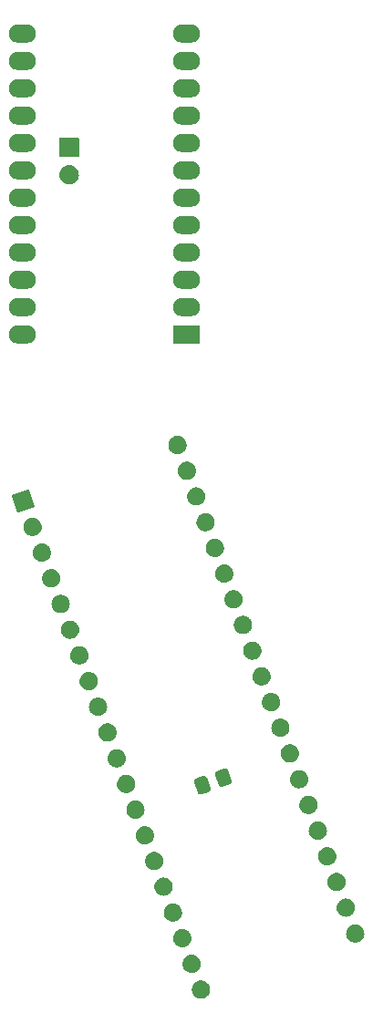
<source format=gbr>
%TF.GenerationSoftware,KiCad,Pcbnew,8.0.3*%
%TF.CreationDate,2024-06-29T10:36:14+02:00*%
%TF.ProjectId,adapter 8913-8910 Angle L,61646170-7465-4722-9038-3931332d3839,1.0a*%
%TF.SameCoordinates,Original*%
%TF.FileFunction,Soldermask,Bot*%
%TF.FilePolarity,Negative*%
%FSLAX46Y46*%
G04 Gerber Fmt 4.6, Leading zero omitted, Abs format (unit mm)*
G04 Created by KiCad (PCBNEW 8.0.3) date 2024-06-29 10:36:14*
%MOMM*%
%LPD*%
G01*
G04 APERTURE LIST*
G04 APERTURE END LIST*
G36*
X106876176Y-113515615D02*
G01*
X106923931Y-113515615D01*
X106965171Y-113524380D01*
X107000878Y-113527898D01*
X107045736Y-113541505D01*
X107097950Y-113552604D01*
X107131361Y-113567479D01*
X107160412Y-113576292D01*
X107206579Y-113600968D01*
X107260477Y-113624965D01*
X107285531Y-113643168D01*
X107307430Y-113654873D01*
X107352105Y-113691537D01*
X107404407Y-113729537D01*
X107421388Y-113748396D01*
X107436297Y-113760632D01*
X107476364Y-113809454D01*
X107523450Y-113861748D01*
X107533341Y-113878880D01*
X107542056Y-113889499D01*
X107574283Y-113949793D01*
X107612404Y-114015820D01*
X107616790Y-114029321D01*
X107620637Y-114036517D01*
X107641838Y-114106408D01*
X107667381Y-114185020D01*
X107668280Y-114193576D01*
X107669031Y-114196051D01*
X107676348Y-114270342D01*
X107685977Y-114361953D01*
X107676347Y-114453572D01*
X107669031Y-114527854D01*
X107668280Y-114530328D01*
X107667381Y-114538886D01*
X107641833Y-114617511D01*
X107620637Y-114687388D01*
X107616791Y-114694582D01*
X107612404Y-114708086D01*
X107574276Y-114774125D01*
X107542056Y-114834406D01*
X107533343Y-114845022D01*
X107523450Y-114862158D01*
X107476355Y-114914462D01*
X107436297Y-114963273D01*
X107421391Y-114975505D01*
X107404407Y-114994369D01*
X107352095Y-115032376D01*
X107307430Y-115069032D01*
X107285536Y-115080733D01*
X107260477Y-115098941D01*
X107206568Y-115122942D01*
X107160412Y-115147613D01*
X107131368Y-115156423D01*
X107097950Y-115171302D01*
X107045725Y-115182402D01*
X107000878Y-115196007D01*
X106965180Y-115199523D01*
X106923931Y-115208291D01*
X106876165Y-115208291D01*
X106834977Y-115212348D01*
X106793788Y-115208291D01*
X106746023Y-115208291D01*
X106704774Y-115199523D01*
X106669075Y-115196007D01*
X106624225Y-115182401D01*
X106572004Y-115171302D01*
X106538587Y-115156424D01*
X106509541Y-115147613D01*
X106463379Y-115122939D01*
X106409477Y-115098941D01*
X106384420Y-115080736D01*
X106362523Y-115069032D01*
X106317850Y-115032369D01*
X106265547Y-114994369D01*
X106248565Y-114975508D01*
X106233656Y-114963273D01*
X106193587Y-114914449D01*
X106146504Y-114862158D01*
X106136613Y-114845026D01*
X106127897Y-114834406D01*
X106095664Y-114774101D01*
X106057550Y-114708086D01*
X106053163Y-114694587D01*
X106049316Y-114687388D01*
X106028105Y-114617465D01*
X106002573Y-114538886D01*
X106001674Y-114530333D01*
X106000922Y-114527854D01*
X105993590Y-114453420D01*
X105983977Y-114361953D01*
X105993589Y-114270493D01*
X106000922Y-114196051D01*
X106001674Y-114193571D01*
X106002573Y-114185020D01*
X106028100Y-114106455D01*
X106049316Y-114036517D01*
X106053164Y-114029316D01*
X106057550Y-114015820D01*
X106095657Y-113949816D01*
X106127897Y-113889499D01*
X106136615Y-113878876D01*
X106146504Y-113861748D01*
X106193578Y-113809466D01*
X106233656Y-113760632D01*
X106248568Y-113748393D01*
X106265547Y-113729537D01*
X106317839Y-113691544D01*
X106362523Y-113654873D01*
X106384425Y-113643166D01*
X106409477Y-113624965D01*
X106463368Y-113600971D01*
X106509541Y-113576292D01*
X106538594Y-113567478D01*
X106572004Y-113552604D01*
X106624214Y-113541506D01*
X106669075Y-113527898D01*
X106704783Y-113524380D01*
X106746023Y-113515615D01*
X106793778Y-113515615D01*
X106834977Y-113511557D01*
X106876176Y-113515615D01*
G37*
G36*
X106007445Y-111128795D02*
G01*
X106055200Y-111128795D01*
X106096440Y-111137560D01*
X106132147Y-111141078D01*
X106177005Y-111154685D01*
X106229219Y-111165784D01*
X106262630Y-111180659D01*
X106291681Y-111189472D01*
X106337848Y-111214148D01*
X106391746Y-111238145D01*
X106416800Y-111256348D01*
X106438699Y-111268053D01*
X106483374Y-111304717D01*
X106535676Y-111342717D01*
X106552657Y-111361576D01*
X106567566Y-111373812D01*
X106607633Y-111422634D01*
X106654719Y-111474928D01*
X106664610Y-111492060D01*
X106673325Y-111502679D01*
X106705552Y-111562973D01*
X106743673Y-111629000D01*
X106748059Y-111642501D01*
X106751906Y-111649697D01*
X106773107Y-111719588D01*
X106798650Y-111798200D01*
X106799549Y-111806756D01*
X106800300Y-111809231D01*
X106807617Y-111883522D01*
X106817246Y-111975133D01*
X106807616Y-112066752D01*
X106800300Y-112141034D01*
X106799549Y-112143508D01*
X106798650Y-112152066D01*
X106773102Y-112230691D01*
X106751906Y-112300568D01*
X106748060Y-112307762D01*
X106743673Y-112321266D01*
X106705545Y-112387305D01*
X106673325Y-112447586D01*
X106664612Y-112458202D01*
X106654719Y-112475338D01*
X106607624Y-112527642D01*
X106567566Y-112576453D01*
X106552660Y-112588685D01*
X106535676Y-112607549D01*
X106483364Y-112645556D01*
X106438699Y-112682212D01*
X106416805Y-112693913D01*
X106391746Y-112712121D01*
X106337837Y-112736122D01*
X106291681Y-112760793D01*
X106262637Y-112769603D01*
X106229219Y-112784482D01*
X106176994Y-112795582D01*
X106132147Y-112809187D01*
X106096449Y-112812703D01*
X106055200Y-112821471D01*
X106007434Y-112821471D01*
X105966246Y-112825528D01*
X105925057Y-112821471D01*
X105877292Y-112821471D01*
X105836043Y-112812703D01*
X105800344Y-112809187D01*
X105755494Y-112795581D01*
X105703273Y-112784482D01*
X105669856Y-112769604D01*
X105640810Y-112760793D01*
X105594648Y-112736119D01*
X105540746Y-112712121D01*
X105515689Y-112693916D01*
X105493792Y-112682212D01*
X105449119Y-112645549D01*
X105396816Y-112607549D01*
X105379834Y-112588688D01*
X105364925Y-112576453D01*
X105324856Y-112527629D01*
X105277773Y-112475338D01*
X105267882Y-112458206D01*
X105259166Y-112447586D01*
X105226933Y-112387281D01*
X105188819Y-112321266D01*
X105184432Y-112307767D01*
X105180585Y-112300568D01*
X105159374Y-112230645D01*
X105133842Y-112152066D01*
X105132943Y-112143513D01*
X105132191Y-112141034D01*
X105124859Y-112066600D01*
X105115246Y-111975133D01*
X105124858Y-111883673D01*
X105132191Y-111809231D01*
X105132943Y-111806751D01*
X105133842Y-111798200D01*
X105159369Y-111719635D01*
X105180585Y-111649697D01*
X105184433Y-111642496D01*
X105188819Y-111629000D01*
X105226926Y-111562996D01*
X105259166Y-111502679D01*
X105267884Y-111492056D01*
X105277773Y-111474928D01*
X105324847Y-111422646D01*
X105364925Y-111373812D01*
X105379837Y-111361573D01*
X105396816Y-111342717D01*
X105449108Y-111304724D01*
X105493792Y-111268053D01*
X105515694Y-111256346D01*
X105540746Y-111238145D01*
X105594637Y-111214151D01*
X105640810Y-111189472D01*
X105669863Y-111180658D01*
X105703273Y-111165784D01*
X105755483Y-111154686D01*
X105800344Y-111141078D01*
X105836052Y-111137560D01*
X105877292Y-111128795D01*
X105925047Y-111128795D01*
X105966246Y-111124737D01*
X106007445Y-111128795D01*
G37*
G36*
X105138713Y-108741976D02*
G01*
X105186468Y-108741976D01*
X105227708Y-108750741D01*
X105263415Y-108754259D01*
X105308273Y-108767866D01*
X105360487Y-108778965D01*
X105393898Y-108793840D01*
X105422949Y-108802653D01*
X105469116Y-108827329D01*
X105523014Y-108851326D01*
X105548068Y-108869529D01*
X105569967Y-108881234D01*
X105614642Y-108917898D01*
X105666944Y-108955898D01*
X105683925Y-108974757D01*
X105698834Y-108986993D01*
X105738901Y-109035815D01*
X105785987Y-109088109D01*
X105795878Y-109105241D01*
X105804593Y-109115860D01*
X105836820Y-109176154D01*
X105874941Y-109242181D01*
X105879327Y-109255682D01*
X105883174Y-109262878D01*
X105904375Y-109332769D01*
X105929918Y-109411381D01*
X105930817Y-109419937D01*
X105931568Y-109422412D01*
X105938885Y-109496703D01*
X105948514Y-109588314D01*
X105938884Y-109679933D01*
X105931568Y-109754215D01*
X105930817Y-109756689D01*
X105929918Y-109765247D01*
X105904370Y-109843872D01*
X105883174Y-109913749D01*
X105879328Y-109920943D01*
X105874941Y-109934447D01*
X105836813Y-110000486D01*
X105804593Y-110060767D01*
X105795880Y-110071383D01*
X105785987Y-110088519D01*
X105738892Y-110140823D01*
X105698834Y-110189634D01*
X105683928Y-110201866D01*
X105666944Y-110220730D01*
X105614632Y-110258737D01*
X105569967Y-110295393D01*
X105548073Y-110307094D01*
X105523014Y-110325302D01*
X105469105Y-110349303D01*
X105422949Y-110373974D01*
X105393905Y-110382784D01*
X105360487Y-110397663D01*
X105308262Y-110408763D01*
X105263415Y-110422368D01*
X105227717Y-110425884D01*
X105186468Y-110434652D01*
X105138702Y-110434652D01*
X105097514Y-110438709D01*
X105056325Y-110434652D01*
X105008560Y-110434652D01*
X104967311Y-110425884D01*
X104931612Y-110422368D01*
X104886762Y-110408762D01*
X104834541Y-110397663D01*
X104801124Y-110382785D01*
X104772078Y-110373974D01*
X104725916Y-110349300D01*
X104672014Y-110325302D01*
X104646957Y-110307097D01*
X104625060Y-110295393D01*
X104580387Y-110258730D01*
X104528084Y-110220730D01*
X104511102Y-110201869D01*
X104496193Y-110189634D01*
X104456124Y-110140810D01*
X104409041Y-110088519D01*
X104399150Y-110071387D01*
X104390434Y-110060767D01*
X104358201Y-110000462D01*
X104320087Y-109934447D01*
X104315700Y-109920948D01*
X104311853Y-109913749D01*
X104290642Y-109843826D01*
X104265110Y-109765247D01*
X104264211Y-109756694D01*
X104263459Y-109754215D01*
X104256127Y-109679781D01*
X104246514Y-109588314D01*
X104256126Y-109496854D01*
X104263459Y-109422412D01*
X104264211Y-109419932D01*
X104265110Y-109411381D01*
X104290637Y-109332816D01*
X104311853Y-109262878D01*
X104315701Y-109255677D01*
X104320087Y-109242181D01*
X104358194Y-109176177D01*
X104390434Y-109115860D01*
X104399152Y-109105237D01*
X104409041Y-109088109D01*
X104456115Y-109035827D01*
X104496193Y-108986993D01*
X104511105Y-108974754D01*
X104528084Y-108955898D01*
X104580376Y-108917905D01*
X104625060Y-108881234D01*
X104646962Y-108869527D01*
X104672014Y-108851326D01*
X104725905Y-108827332D01*
X104772078Y-108802653D01*
X104801131Y-108793839D01*
X104834541Y-108778965D01*
X104886751Y-108767867D01*
X104931612Y-108754259D01*
X104967320Y-108750741D01*
X105008560Y-108741976D01*
X105056315Y-108741976D01*
X105097514Y-108737918D01*
X105138713Y-108741976D01*
G37*
G36*
X121197092Y-108303228D02*
G01*
X121244847Y-108303228D01*
X121286087Y-108311993D01*
X121321794Y-108315511D01*
X121366652Y-108329118D01*
X121418866Y-108340217D01*
X121452277Y-108355092D01*
X121481328Y-108363905D01*
X121527495Y-108388581D01*
X121581393Y-108412578D01*
X121606447Y-108430781D01*
X121628346Y-108442486D01*
X121673021Y-108479150D01*
X121725323Y-108517150D01*
X121742304Y-108536009D01*
X121757213Y-108548245D01*
X121797280Y-108597067D01*
X121844366Y-108649361D01*
X121854257Y-108666493D01*
X121862972Y-108677112D01*
X121895199Y-108737406D01*
X121933320Y-108803433D01*
X121937706Y-108816934D01*
X121941553Y-108824130D01*
X121962754Y-108894021D01*
X121988297Y-108972633D01*
X121989196Y-108981189D01*
X121989947Y-108983664D01*
X121997264Y-109057955D01*
X122006893Y-109149566D01*
X121997263Y-109241185D01*
X121989947Y-109315467D01*
X121989196Y-109317941D01*
X121988297Y-109326499D01*
X121962749Y-109405124D01*
X121941553Y-109475001D01*
X121937707Y-109482195D01*
X121933320Y-109495699D01*
X121895192Y-109561738D01*
X121862972Y-109622019D01*
X121854259Y-109632635D01*
X121844366Y-109649771D01*
X121797271Y-109702075D01*
X121757213Y-109750886D01*
X121742307Y-109763118D01*
X121725323Y-109781982D01*
X121673011Y-109819989D01*
X121628346Y-109856645D01*
X121606452Y-109868346D01*
X121581393Y-109886554D01*
X121527484Y-109910555D01*
X121481328Y-109935226D01*
X121452284Y-109944036D01*
X121418866Y-109958915D01*
X121366641Y-109970015D01*
X121321794Y-109983620D01*
X121286096Y-109987136D01*
X121244847Y-109995904D01*
X121197081Y-109995904D01*
X121155893Y-109999961D01*
X121114704Y-109995904D01*
X121066939Y-109995904D01*
X121025690Y-109987136D01*
X120989991Y-109983620D01*
X120945141Y-109970014D01*
X120892920Y-109958915D01*
X120859503Y-109944037D01*
X120830457Y-109935226D01*
X120784295Y-109910552D01*
X120730393Y-109886554D01*
X120705336Y-109868349D01*
X120683439Y-109856645D01*
X120638766Y-109819982D01*
X120586463Y-109781982D01*
X120569481Y-109763121D01*
X120554572Y-109750886D01*
X120514503Y-109702062D01*
X120467420Y-109649771D01*
X120457529Y-109632639D01*
X120448813Y-109622019D01*
X120416580Y-109561714D01*
X120378466Y-109495699D01*
X120374079Y-109482200D01*
X120370232Y-109475001D01*
X120349021Y-109405078D01*
X120323489Y-109326499D01*
X120322590Y-109317946D01*
X120321838Y-109315467D01*
X120314506Y-109241033D01*
X120304893Y-109149566D01*
X120314505Y-109058106D01*
X120321838Y-108983664D01*
X120322590Y-108981184D01*
X120323489Y-108972633D01*
X120349016Y-108894068D01*
X120370232Y-108824130D01*
X120374080Y-108816929D01*
X120378466Y-108803433D01*
X120416573Y-108737429D01*
X120448813Y-108677112D01*
X120457531Y-108666489D01*
X120467420Y-108649361D01*
X120514494Y-108597079D01*
X120554572Y-108548245D01*
X120569484Y-108536006D01*
X120586463Y-108517150D01*
X120638755Y-108479157D01*
X120683439Y-108442486D01*
X120705341Y-108430779D01*
X120730393Y-108412578D01*
X120784284Y-108388584D01*
X120830457Y-108363905D01*
X120859510Y-108355091D01*
X120892920Y-108340217D01*
X120945130Y-108329119D01*
X120989991Y-108315511D01*
X121025699Y-108311993D01*
X121066939Y-108303228D01*
X121114694Y-108303228D01*
X121155893Y-108299170D01*
X121197092Y-108303228D01*
G37*
G36*
X104269983Y-106355157D02*
G01*
X104317738Y-106355157D01*
X104358978Y-106363922D01*
X104394685Y-106367440D01*
X104439543Y-106381047D01*
X104491757Y-106392146D01*
X104525168Y-106407021D01*
X104554219Y-106415834D01*
X104600386Y-106440510D01*
X104654284Y-106464507D01*
X104679338Y-106482710D01*
X104701237Y-106494415D01*
X104745912Y-106531079D01*
X104798214Y-106569079D01*
X104815195Y-106587938D01*
X104830104Y-106600174D01*
X104870171Y-106648996D01*
X104917257Y-106701290D01*
X104927148Y-106718422D01*
X104935863Y-106729041D01*
X104968090Y-106789335D01*
X105006211Y-106855362D01*
X105010597Y-106868863D01*
X105014444Y-106876059D01*
X105035645Y-106945950D01*
X105061188Y-107024562D01*
X105062087Y-107033118D01*
X105062838Y-107035593D01*
X105070155Y-107109884D01*
X105079784Y-107201495D01*
X105070154Y-107293114D01*
X105062838Y-107367396D01*
X105062087Y-107369870D01*
X105061188Y-107378428D01*
X105035640Y-107457053D01*
X105014444Y-107526930D01*
X105010598Y-107534124D01*
X105006211Y-107547628D01*
X104968083Y-107613667D01*
X104935863Y-107673948D01*
X104927150Y-107684564D01*
X104917257Y-107701700D01*
X104870162Y-107754004D01*
X104830104Y-107802815D01*
X104815198Y-107815047D01*
X104798214Y-107833911D01*
X104745902Y-107871918D01*
X104701237Y-107908574D01*
X104679343Y-107920275D01*
X104654284Y-107938483D01*
X104600375Y-107962484D01*
X104554219Y-107987155D01*
X104525175Y-107995965D01*
X104491757Y-108010844D01*
X104439532Y-108021944D01*
X104394685Y-108035549D01*
X104358987Y-108039065D01*
X104317738Y-108047833D01*
X104269972Y-108047833D01*
X104228784Y-108051890D01*
X104187595Y-108047833D01*
X104139830Y-108047833D01*
X104098581Y-108039065D01*
X104062882Y-108035549D01*
X104018032Y-108021943D01*
X103965811Y-108010844D01*
X103932394Y-107995966D01*
X103903348Y-107987155D01*
X103857186Y-107962481D01*
X103803284Y-107938483D01*
X103778227Y-107920278D01*
X103756330Y-107908574D01*
X103711657Y-107871911D01*
X103659354Y-107833911D01*
X103642372Y-107815050D01*
X103627463Y-107802815D01*
X103587394Y-107753991D01*
X103540311Y-107701700D01*
X103530420Y-107684568D01*
X103521704Y-107673948D01*
X103489471Y-107613643D01*
X103451357Y-107547628D01*
X103446970Y-107534129D01*
X103443123Y-107526930D01*
X103421912Y-107457007D01*
X103396380Y-107378428D01*
X103395481Y-107369875D01*
X103394729Y-107367396D01*
X103387397Y-107292962D01*
X103377784Y-107201495D01*
X103387396Y-107110035D01*
X103394729Y-107035593D01*
X103395481Y-107033113D01*
X103396380Y-107024562D01*
X103421907Y-106945997D01*
X103443123Y-106876059D01*
X103446971Y-106868858D01*
X103451357Y-106855362D01*
X103489464Y-106789358D01*
X103521704Y-106729041D01*
X103530422Y-106718418D01*
X103540311Y-106701290D01*
X103587385Y-106649008D01*
X103627463Y-106600174D01*
X103642375Y-106587935D01*
X103659354Y-106569079D01*
X103711646Y-106531086D01*
X103756330Y-106494415D01*
X103778232Y-106482708D01*
X103803284Y-106464507D01*
X103857175Y-106440513D01*
X103903348Y-106415834D01*
X103932401Y-106407020D01*
X103965811Y-106392146D01*
X104018021Y-106381048D01*
X104062882Y-106367440D01*
X104098590Y-106363922D01*
X104139830Y-106355157D01*
X104187585Y-106355157D01*
X104228784Y-106351099D01*
X104269983Y-106355157D01*
G37*
G36*
X120328360Y-105916408D02*
G01*
X120376115Y-105916408D01*
X120417355Y-105925173D01*
X120453062Y-105928691D01*
X120497920Y-105942298D01*
X120550134Y-105953397D01*
X120583545Y-105968272D01*
X120612596Y-105977085D01*
X120658763Y-106001761D01*
X120712661Y-106025758D01*
X120737715Y-106043961D01*
X120759614Y-106055666D01*
X120804289Y-106092330D01*
X120856591Y-106130330D01*
X120873572Y-106149189D01*
X120888481Y-106161425D01*
X120928548Y-106210247D01*
X120975634Y-106262541D01*
X120985525Y-106279673D01*
X120994240Y-106290292D01*
X121026467Y-106350586D01*
X121064588Y-106416613D01*
X121068974Y-106430114D01*
X121072821Y-106437310D01*
X121094022Y-106507201D01*
X121119565Y-106585813D01*
X121120464Y-106594369D01*
X121121215Y-106596844D01*
X121128532Y-106671135D01*
X121138161Y-106762746D01*
X121128531Y-106854365D01*
X121121215Y-106928647D01*
X121120464Y-106931121D01*
X121119565Y-106939679D01*
X121094017Y-107018304D01*
X121072821Y-107088181D01*
X121068975Y-107095375D01*
X121064588Y-107108879D01*
X121026460Y-107174918D01*
X120994240Y-107235199D01*
X120985527Y-107245815D01*
X120975634Y-107262951D01*
X120928539Y-107315255D01*
X120888481Y-107364066D01*
X120873575Y-107376298D01*
X120856591Y-107395162D01*
X120804279Y-107433169D01*
X120759614Y-107469825D01*
X120737720Y-107481526D01*
X120712661Y-107499734D01*
X120658752Y-107523735D01*
X120612596Y-107548406D01*
X120583552Y-107557216D01*
X120550134Y-107572095D01*
X120497909Y-107583195D01*
X120453062Y-107596800D01*
X120417364Y-107600316D01*
X120376115Y-107609084D01*
X120328349Y-107609084D01*
X120287161Y-107613141D01*
X120245972Y-107609084D01*
X120198207Y-107609084D01*
X120156958Y-107600316D01*
X120121259Y-107596800D01*
X120076409Y-107583194D01*
X120024188Y-107572095D01*
X119990771Y-107557217D01*
X119961725Y-107548406D01*
X119915563Y-107523732D01*
X119861661Y-107499734D01*
X119836604Y-107481529D01*
X119814707Y-107469825D01*
X119770034Y-107433162D01*
X119717731Y-107395162D01*
X119700749Y-107376301D01*
X119685840Y-107364066D01*
X119645771Y-107315242D01*
X119598688Y-107262951D01*
X119588797Y-107245819D01*
X119580081Y-107235199D01*
X119547848Y-107174894D01*
X119509734Y-107108879D01*
X119505347Y-107095380D01*
X119501500Y-107088181D01*
X119480289Y-107018258D01*
X119454757Y-106939679D01*
X119453858Y-106931126D01*
X119453106Y-106928647D01*
X119445774Y-106854213D01*
X119436161Y-106762746D01*
X119445773Y-106671286D01*
X119453106Y-106596844D01*
X119453858Y-106594364D01*
X119454757Y-106585813D01*
X119480284Y-106507248D01*
X119501500Y-106437310D01*
X119505348Y-106430109D01*
X119509734Y-106416613D01*
X119547841Y-106350609D01*
X119580081Y-106290292D01*
X119588799Y-106279669D01*
X119598688Y-106262541D01*
X119645762Y-106210259D01*
X119685840Y-106161425D01*
X119700752Y-106149186D01*
X119717731Y-106130330D01*
X119770023Y-106092337D01*
X119814707Y-106055666D01*
X119836609Y-106043959D01*
X119861661Y-106025758D01*
X119915552Y-106001764D01*
X119961725Y-105977085D01*
X119990778Y-105968271D01*
X120024188Y-105953397D01*
X120076398Y-105942299D01*
X120121259Y-105928691D01*
X120156967Y-105925173D01*
X120198207Y-105916408D01*
X120245962Y-105916408D01*
X120287161Y-105912350D01*
X120328360Y-105916408D01*
G37*
G36*
X103401251Y-103968338D02*
G01*
X103449006Y-103968338D01*
X103490246Y-103977103D01*
X103525953Y-103980621D01*
X103570811Y-103994228D01*
X103623025Y-104005327D01*
X103656436Y-104020202D01*
X103685487Y-104029015D01*
X103731654Y-104053691D01*
X103785552Y-104077688D01*
X103810606Y-104095891D01*
X103832505Y-104107596D01*
X103877180Y-104144260D01*
X103929482Y-104182260D01*
X103946463Y-104201119D01*
X103961372Y-104213355D01*
X104001439Y-104262177D01*
X104048525Y-104314471D01*
X104058416Y-104331603D01*
X104067131Y-104342222D01*
X104099358Y-104402516D01*
X104137479Y-104468543D01*
X104141865Y-104482044D01*
X104145712Y-104489240D01*
X104166913Y-104559131D01*
X104192456Y-104637743D01*
X104193355Y-104646299D01*
X104194106Y-104648774D01*
X104201423Y-104723065D01*
X104211052Y-104814676D01*
X104201422Y-104906295D01*
X104194106Y-104980577D01*
X104193355Y-104983051D01*
X104192456Y-104991609D01*
X104166908Y-105070234D01*
X104145712Y-105140111D01*
X104141866Y-105147305D01*
X104137479Y-105160809D01*
X104099351Y-105226848D01*
X104067131Y-105287129D01*
X104058418Y-105297745D01*
X104048525Y-105314881D01*
X104001430Y-105367185D01*
X103961372Y-105415996D01*
X103946466Y-105428228D01*
X103929482Y-105447092D01*
X103877170Y-105485099D01*
X103832505Y-105521755D01*
X103810611Y-105533456D01*
X103785552Y-105551664D01*
X103731643Y-105575665D01*
X103685487Y-105600336D01*
X103656443Y-105609146D01*
X103623025Y-105624025D01*
X103570800Y-105635125D01*
X103525953Y-105648730D01*
X103490255Y-105652246D01*
X103449006Y-105661014D01*
X103401240Y-105661014D01*
X103360052Y-105665071D01*
X103318863Y-105661014D01*
X103271098Y-105661014D01*
X103229849Y-105652246D01*
X103194150Y-105648730D01*
X103149300Y-105635124D01*
X103097079Y-105624025D01*
X103063662Y-105609147D01*
X103034616Y-105600336D01*
X102988454Y-105575662D01*
X102934552Y-105551664D01*
X102909495Y-105533459D01*
X102887598Y-105521755D01*
X102842925Y-105485092D01*
X102790622Y-105447092D01*
X102773640Y-105428231D01*
X102758731Y-105415996D01*
X102718662Y-105367172D01*
X102671579Y-105314881D01*
X102661688Y-105297749D01*
X102652972Y-105287129D01*
X102620739Y-105226824D01*
X102582625Y-105160809D01*
X102578238Y-105147310D01*
X102574391Y-105140111D01*
X102553180Y-105070188D01*
X102527648Y-104991609D01*
X102526749Y-104983056D01*
X102525997Y-104980577D01*
X102518665Y-104906143D01*
X102509052Y-104814676D01*
X102518664Y-104723216D01*
X102525997Y-104648774D01*
X102526749Y-104646294D01*
X102527648Y-104637743D01*
X102553175Y-104559178D01*
X102574391Y-104489240D01*
X102578239Y-104482039D01*
X102582625Y-104468543D01*
X102620732Y-104402539D01*
X102652972Y-104342222D01*
X102661690Y-104331599D01*
X102671579Y-104314471D01*
X102718653Y-104262189D01*
X102758731Y-104213355D01*
X102773643Y-104201116D01*
X102790622Y-104182260D01*
X102842914Y-104144267D01*
X102887598Y-104107596D01*
X102909500Y-104095889D01*
X102934552Y-104077688D01*
X102988443Y-104053694D01*
X103034616Y-104029015D01*
X103063669Y-104020201D01*
X103097079Y-104005327D01*
X103149289Y-103994229D01*
X103194150Y-103980621D01*
X103229858Y-103977103D01*
X103271098Y-103968338D01*
X103318853Y-103968338D01*
X103360052Y-103964280D01*
X103401251Y-103968338D01*
G37*
G36*
X119459629Y-103529589D02*
G01*
X119507384Y-103529589D01*
X119548624Y-103538354D01*
X119584331Y-103541872D01*
X119629189Y-103555479D01*
X119681403Y-103566578D01*
X119714814Y-103581453D01*
X119743865Y-103590266D01*
X119790032Y-103614942D01*
X119843930Y-103638939D01*
X119868984Y-103657142D01*
X119890883Y-103668847D01*
X119935558Y-103705511D01*
X119987860Y-103743511D01*
X120004841Y-103762370D01*
X120019750Y-103774606D01*
X120059817Y-103823428D01*
X120106903Y-103875722D01*
X120116794Y-103892854D01*
X120125509Y-103903473D01*
X120157736Y-103963767D01*
X120195857Y-104029794D01*
X120200243Y-104043295D01*
X120204090Y-104050491D01*
X120225291Y-104120382D01*
X120250834Y-104198994D01*
X120251733Y-104207550D01*
X120252484Y-104210025D01*
X120259801Y-104284316D01*
X120269430Y-104375927D01*
X120259800Y-104467546D01*
X120252484Y-104541828D01*
X120251733Y-104544302D01*
X120250834Y-104552860D01*
X120225286Y-104631485D01*
X120204090Y-104701362D01*
X120200244Y-104708556D01*
X120195857Y-104722060D01*
X120157729Y-104788099D01*
X120125509Y-104848380D01*
X120116796Y-104858996D01*
X120106903Y-104876132D01*
X120059808Y-104928436D01*
X120019750Y-104977247D01*
X120004844Y-104989479D01*
X119987860Y-105008343D01*
X119935548Y-105046350D01*
X119890883Y-105083006D01*
X119868989Y-105094707D01*
X119843930Y-105112915D01*
X119790021Y-105136916D01*
X119743865Y-105161587D01*
X119714821Y-105170397D01*
X119681403Y-105185276D01*
X119629178Y-105196376D01*
X119584331Y-105209981D01*
X119548633Y-105213497D01*
X119507384Y-105222265D01*
X119459618Y-105222265D01*
X119418430Y-105226322D01*
X119377241Y-105222265D01*
X119329476Y-105222265D01*
X119288227Y-105213497D01*
X119252528Y-105209981D01*
X119207678Y-105196375D01*
X119155457Y-105185276D01*
X119122040Y-105170398D01*
X119092994Y-105161587D01*
X119046832Y-105136913D01*
X118992930Y-105112915D01*
X118967873Y-105094710D01*
X118945976Y-105083006D01*
X118901303Y-105046343D01*
X118849000Y-105008343D01*
X118832018Y-104989482D01*
X118817109Y-104977247D01*
X118777040Y-104928423D01*
X118729957Y-104876132D01*
X118720066Y-104859000D01*
X118711350Y-104848380D01*
X118679117Y-104788075D01*
X118641003Y-104722060D01*
X118636616Y-104708561D01*
X118632769Y-104701362D01*
X118611558Y-104631439D01*
X118586026Y-104552860D01*
X118585127Y-104544307D01*
X118584375Y-104541828D01*
X118577043Y-104467394D01*
X118567430Y-104375927D01*
X118577042Y-104284467D01*
X118584375Y-104210025D01*
X118585127Y-104207545D01*
X118586026Y-104198994D01*
X118611553Y-104120429D01*
X118632769Y-104050491D01*
X118636617Y-104043290D01*
X118641003Y-104029794D01*
X118679110Y-103963790D01*
X118711350Y-103903473D01*
X118720068Y-103892850D01*
X118729957Y-103875722D01*
X118777031Y-103823440D01*
X118817109Y-103774606D01*
X118832021Y-103762367D01*
X118849000Y-103743511D01*
X118901292Y-103705518D01*
X118945976Y-103668847D01*
X118967878Y-103657140D01*
X118992930Y-103638939D01*
X119046821Y-103614945D01*
X119092994Y-103590266D01*
X119122047Y-103581452D01*
X119155457Y-103566578D01*
X119207667Y-103555480D01*
X119252528Y-103541872D01*
X119288236Y-103538354D01*
X119329476Y-103529589D01*
X119377231Y-103529589D01*
X119418430Y-103525531D01*
X119459629Y-103529589D01*
G37*
G36*
X102532520Y-101581518D02*
G01*
X102580275Y-101581518D01*
X102621515Y-101590283D01*
X102657222Y-101593801D01*
X102702080Y-101607408D01*
X102754294Y-101618507D01*
X102787705Y-101633382D01*
X102816756Y-101642195D01*
X102862923Y-101666871D01*
X102916821Y-101690868D01*
X102941875Y-101709071D01*
X102963774Y-101720776D01*
X103008449Y-101757440D01*
X103060751Y-101795440D01*
X103077732Y-101814299D01*
X103092641Y-101826535D01*
X103132708Y-101875357D01*
X103179794Y-101927651D01*
X103189685Y-101944783D01*
X103198400Y-101955402D01*
X103230627Y-102015696D01*
X103268748Y-102081723D01*
X103273134Y-102095224D01*
X103276981Y-102102420D01*
X103298182Y-102172311D01*
X103323725Y-102250923D01*
X103324624Y-102259479D01*
X103325375Y-102261954D01*
X103332692Y-102336245D01*
X103342321Y-102427856D01*
X103332691Y-102519475D01*
X103325375Y-102593757D01*
X103324624Y-102596231D01*
X103323725Y-102604789D01*
X103298177Y-102683414D01*
X103276981Y-102753291D01*
X103273135Y-102760485D01*
X103268748Y-102773989D01*
X103230620Y-102840028D01*
X103198400Y-102900309D01*
X103189687Y-102910925D01*
X103179794Y-102928061D01*
X103132699Y-102980365D01*
X103092641Y-103029176D01*
X103077735Y-103041408D01*
X103060751Y-103060272D01*
X103008439Y-103098279D01*
X102963774Y-103134935D01*
X102941880Y-103146636D01*
X102916821Y-103164844D01*
X102862912Y-103188845D01*
X102816756Y-103213516D01*
X102787712Y-103222326D01*
X102754294Y-103237205D01*
X102702069Y-103248305D01*
X102657222Y-103261910D01*
X102621524Y-103265426D01*
X102580275Y-103274194D01*
X102532509Y-103274194D01*
X102491321Y-103278251D01*
X102450132Y-103274194D01*
X102402367Y-103274194D01*
X102361118Y-103265426D01*
X102325419Y-103261910D01*
X102280569Y-103248304D01*
X102228348Y-103237205D01*
X102194931Y-103222327D01*
X102165885Y-103213516D01*
X102119723Y-103188842D01*
X102065821Y-103164844D01*
X102040764Y-103146639D01*
X102018867Y-103134935D01*
X101974194Y-103098272D01*
X101921891Y-103060272D01*
X101904909Y-103041411D01*
X101890000Y-103029176D01*
X101849931Y-102980352D01*
X101802848Y-102928061D01*
X101792957Y-102910929D01*
X101784241Y-102900309D01*
X101752008Y-102840004D01*
X101713894Y-102773989D01*
X101709507Y-102760490D01*
X101705660Y-102753291D01*
X101684449Y-102683368D01*
X101658917Y-102604789D01*
X101658018Y-102596236D01*
X101657266Y-102593757D01*
X101649934Y-102519323D01*
X101640321Y-102427856D01*
X101649933Y-102336396D01*
X101657266Y-102261954D01*
X101658018Y-102259474D01*
X101658917Y-102250923D01*
X101684444Y-102172358D01*
X101705660Y-102102420D01*
X101709508Y-102095219D01*
X101713894Y-102081723D01*
X101752001Y-102015719D01*
X101784241Y-101955402D01*
X101792959Y-101944779D01*
X101802848Y-101927651D01*
X101849922Y-101875369D01*
X101890000Y-101826535D01*
X101904912Y-101814296D01*
X101921891Y-101795440D01*
X101974183Y-101757447D01*
X102018867Y-101720776D01*
X102040769Y-101709069D01*
X102065821Y-101690868D01*
X102119712Y-101666874D01*
X102165885Y-101642195D01*
X102194938Y-101633381D01*
X102228348Y-101618507D01*
X102280558Y-101607409D01*
X102325419Y-101593801D01*
X102361127Y-101590283D01*
X102402367Y-101581518D01*
X102450122Y-101581518D01*
X102491321Y-101577460D01*
X102532520Y-101581518D01*
G37*
G36*
X118590899Y-101142770D02*
G01*
X118638654Y-101142770D01*
X118679894Y-101151535D01*
X118715601Y-101155053D01*
X118760459Y-101168660D01*
X118812673Y-101179759D01*
X118846084Y-101194634D01*
X118875135Y-101203447D01*
X118921302Y-101228123D01*
X118975200Y-101252120D01*
X119000254Y-101270323D01*
X119022153Y-101282028D01*
X119066828Y-101318692D01*
X119119130Y-101356692D01*
X119136111Y-101375551D01*
X119151020Y-101387787D01*
X119191087Y-101436609D01*
X119238173Y-101488903D01*
X119248064Y-101506035D01*
X119256779Y-101516654D01*
X119289006Y-101576948D01*
X119327127Y-101642975D01*
X119331513Y-101656476D01*
X119335360Y-101663672D01*
X119356561Y-101733563D01*
X119382104Y-101812175D01*
X119383003Y-101820731D01*
X119383754Y-101823206D01*
X119391071Y-101897497D01*
X119400700Y-101989108D01*
X119391070Y-102080727D01*
X119383754Y-102155009D01*
X119383003Y-102157483D01*
X119382104Y-102166041D01*
X119356556Y-102244666D01*
X119335360Y-102314543D01*
X119331514Y-102321737D01*
X119327127Y-102335241D01*
X119288999Y-102401280D01*
X119256779Y-102461561D01*
X119248066Y-102472177D01*
X119238173Y-102489313D01*
X119191078Y-102541617D01*
X119151020Y-102590428D01*
X119136114Y-102602660D01*
X119119130Y-102621524D01*
X119066818Y-102659531D01*
X119022153Y-102696187D01*
X119000259Y-102707888D01*
X118975200Y-102726096D01*
X118921291Y-102750097D01*
X118875135Y-102774768D01*
X118846091Y-102783578D01*
X118812673Y-102798457D01*
X118760448Y-102809557D01*
X118715601Y-102823162D01*
X118679903Y-102826678D01*
X118638654Y-102835446D01*
X118590888Y-102835446D01*
X118549700Y-102839503D01*
X118508511Y-102835446D01*
X118460746Y-102835446D01*
X118419497Y-102826678D01*
X118383798Y-102823162D01*
X118338948Y-102809556D01*
X118286727Y-102798457D01*
X118253310Y-102783579D01*
X118224264Y-102774768D01*
X118178102Y-102750094D01*
X118124200Y-102726096D01*
X118099143Y-102707891D01*
X118077246Y-102696187D01*
X118032573Y-102659524D01*
X117980270Y-102621524D01*
X117963288Y-102602663D01*
X117948379Y-102590428D01*
X117908310Y-102541604D01*
X117861227Y-102489313D01*
X117851336Y-102472181D01*
X117842620Y-102461561D01*
X117810387Y-102401256D01*
X117772273Y-102335241D01*
X117767886Y-102321742D01*
X117764039Y-102314543D01*
X117742828Y-102244620D01*
X117717296Y-102166041D01*
X117716397Y-102157488D01*
X117715645Y-102155009D01*
X117708313Y-102080575D01*
X117698700Y-101989108D01*
X117708312Y-101897648D01*
X117715645Y-101823206D01*
X117716397Y-101820726D01*
X117717296Y-101812175D01*
X117742823Y-101733610D01*
X117764039Y-101663672D01*
X117767887Y-101656471D01*
X117772273Y-101642975D01*
X117810380Y-101576971D01*
X117842620Y-101516654D01*
X117851338Y-101506031D01*
X117861227Y-101488903D01*
X117908301Y-101436621D01*
X117948379Y-101387787D01*
X117963291Y-101375548D01*
X117980270Y-101356692D01*
X118032562Y-101318699D01*
X118077246Y-101282028D01*
X118099148Y-101270321D01*
X118124200Y-101252120D01*
X118178091Y-101228126D01*
X118224264Y-101203447D01*
X118253317Y-101194633D01*
X118286727Y-101179759D01*
X118338937Y-101168661D01*
X118383798Y-101155053D01*
X118419506Y-101151535D01*
X118460746Y-101142770D01*
X118508501Y-101142770D01*
X118549700Y-101138712D01*
X118590899Y-101142770D01*
G37*
G36*
X101663789Y-99194700D02*
G01*
X101711544Y-99194700D01*
X101752784Y-99203465D01*
X101788491Y-99206983D01*
X101833349Y-99220590D01*
X101885563Y-99231689D01*
X101918974Y-99246564D01*
X101948025Y-99255377D01*
X101994192Y-99280053D01*
X102048090Y-99304050D01*
X102073144Y-99322253D01*
X102095043Y-99333958D01*
X102139718Y-99370622D01*
X102192020Y-99408622D01*
X102209001Y-99427481D01*
X102223910Y-99439717D01*
X102263977Y-99488539D01*
X102311063Y-99540833D01*
X102320954Y-99557965D01*
X102329669Y-99568584D01*
X102361896Y-99628878D01*
X102400017Y-99694905D01*
X102404403Y-99708406D01*
X102408250Y-99715602D01*
X102429451Y-99785493D01*
X102454994Y-99864105D01*
X102455893Y-99872661D01*
X102456644Y-99875136D01*
X102463961Y-99949427D01*
X102473590Y-100041038D01*
X102463960Y-100132657D01*
X102456644Y-100206939D01*
X102455893Y-100209413D01*
X102454994Y-100217971D01*
X102429446Y-100296596D01*
X102408250Y-100366473D01*
X102404404Y-100373667D01*
X102400017Y-100387171D01*
X102361889Y-100453210D01*
X102329669Y-100513491D01*
X102320956Y-100524107D01*
X102311063Y-100541243D01*
X102263968Y-100593547D01*
X102223910Y-100642358D01*
X102209004Y-100654590D01*
X102192020Y-100673454D01*
X102139708Y-100711461D01*
X102095043Y-100748117D01*
X102073149Y-100759818D01*
X102048090Y-100778026D01*
X101994181Y-100802027D01*
X101948025Y-100826698D01*
X101918981Y-100835508D01*
X101885563Y-100850387D01*
X101833338Y-100861487D01*
X101788491Y-100875092D01*
X101752793Y-100878608D01*
X101711544Y-100887376D01*
X101663778Y-100887376D01*
X101622590Y-100891433D01*
X101581401Y-100887376D01*
X101533636Y-100887376D01*
X101492387Y-100878608D01*
X101456688Y-100875092D01*
X101411838Y-100861486D01*
X101359617Y-100850387D01*
X101326200Y-100835509D01*
X101297154Y-100826698D01*
X101250992Y-100802024D01*
X101197090Y-100778026D01*
X101172033Y-100759821D01*
X101150136Y-100748117D01*
X101105463Y-100711454D01*
X101053160Y-100673454D01*
X101036178Y-100654593D01*
X101021269Y-100642358D01*
X100981200Y-100593534D01*
X100934117Y-100541243D01*
X100924226Y-100524111D01*
X100915510Y-100513491D01*
X100883277Y-100453186D01*
X100845163Y-100387171D01*
X100840776Y-100373672D01*
X100836929Y-100366473D01*
X100815718Y-100296550D01*
X100790186Y-100217971D01*
X100789287Y-100209418D01*
X100788535Y-100206939D01*
X100781203Y-100132505D01*
X100771590Y-100041038D01*
X100781202Y-99949578D01*
X100788535Y-99875136D01*
X100789287Y-99872656D01*
X100790186Y-99864105D01*
X100815713Y-99785540D01*
X100836929Y-99715602D01*
X100840777Y-99708401D01*
X100845163Y-99694905D01*
X100883270Y-99628901D01*
X100915510Y-99568584D01*
X100924228Y-99557961D01*
X100934117Y-99540833D01*
X100981191Y-99488551D01*
X101021269Y-99439717D01*
X101036181Y-99427478D01*
X101053160Y-99408622D01*
X101105452Y-99370629D01*
X101150136Y-99333958D01*
X101172038Y-99322251D01*
X101197090Y-99304050D01*
X101250981Y-99280056D01*
X101297154Y-99255377D01*
X101326207Y-99246563D01*
X101359617Y-99231689D01*
X101411827Y-99220591D01*
X101456688Y-99206983D01*
X101492396Y-99203465D01*
X101533636Y-99194700D01*
X101581391Y-99194700D01*
X101622590Y-99190642D01*
X101663789Y-99194700D01*
G37*
G36*
X117722167Y-98755951D02*
G01*
X117769922Y-98755951D01*
X117811162Y-98764716D01*
X117846869Y-98768234D01*
X117891727Y-98781841D01*
X117943941Y-98792940D01*
X117977352Y-98807815D01*
X118006403Y-98816628D01*
X118052570Y-98841304D01*
X118106468Y-98865301D01*
X118131522Y-98883504D01*
X118153421Y-98895209D01*
X118198096Y-98931873D01*
X118250398Y-98969873D01*
X118267379Y-98988732D01*
X118282288Y-99000968D01*
X118322355Y-99049790D01*
X118369441Y-99102084D01*
X118379332Y-99119216D01*
X118388047Y-99129835D01*
X118420274Y-99190129D01*
X118458395Y-99256156D01*
X118462781Y-99269657D01*
X118466628Y-99276853D01*
X118487829Y-99346744D01*
X118513372Y-99425356D01*
X118514271Y-99433912D01*
X118515022Y-99436387D01*
X118522339Y-99510678D01*
X118531968Y-99602289D01*
X118522338Y-99693908D01*
X118515022Y-99768190D01*
X118514271Y-99770664D01*
X118513372Y-99779222D01*
X118487824Y-99857847D01*
X118466628Y-99927724D01*
X118462782Y-99934918D01*
X118458395Y-99948422D01*
X118420267Y-100014461D01*
X118388047Y-100074742D01*
X118379334Y-100085358D01*
X118369441Y-100102494D01*
X118322346Y-100154798D01*
X118282288Y-100203609D01*
X118267382Y-100215841D01*
X118250398Y-100234705D01*
X118198086Y-100272712D01*
X118153421Y-100309368D01*
X118131527Y-100321069D01*
X118106468Y-100339277D01*
X118052559Y-100363278D01*
X118006403Y-100387949D01*
X117977359Y-100396759D01*
X117943941Y-100411638D01*
X117891716Y-100422738D01*
X117846869Y-100436343D01*
X117811171Y-100439859D01*
X117769922Y-100448627D01*
X117722156Y-100448627D01*
X117680968Y-100452684D01*
X117639779Y-100448627D01*
X117592014Y-100448627D01*
X117550765Y-100439859D01*
X117515066Y-100436343D01*
X117470216Y-100422737D01*
X117417995Y-100411638D01*
X117384578Y-100396760D01*
X117355532Y-100387949D01*
X117309370Y-100363275D01*
X117255468Y-100339277D01*
X117230411Y-100321072D01*
X117208514Y-100309368D01*
X117163841Y-100272705D01*
X117111538Y-100234705D01*
X117094556Y-100215844D01*
X117079647Y-100203609D01*
X117039578Y-100154785D01*
X116992495Y-100102494D01*
X116982604Y-100085362D01*
X116973888Y-100074742D01*
X116941655Y-100014437D01*
X116903541Y-99948422D01*
X116899154Y-99934923D01*
X116895307Y-99927724D01*
X116874096Y-99857801D01*
X116848564Y-99779222D01*
X116847665Y-99770669D01*
X116846913Y-99768190D01*
X116839581Y-99693756D01*
X116829968Y-99602289D01*
X116839580Y-99510829D01*
X116846913Y-99436387D01*
X116847665Y-99433907D01*
X116848564Y-99425356D01*
X116874091Y-99346791D01*
X116895307Y-99276853D01*
X116899155Y-99269652D01*
X116903541Y-99256156D01*
X116941648Y-99190152D01*
X116973888Y-99129835D01*
X116982606Y-99119212D01*
X116992495Y-99102084D01*
X117039569Y-99049802D01*
X117079647Y-99000968D01*
X117094559Y-98988729D01*
X117111538Y-98969873D01*
X117163830Y-98931880D01*
X117208514Y-98895209D01*
X117230416Y-98883502D01*
X117255468Y-98865301D01*
X117309359Y-98841307D01*
X117355532Y-98816628D01*
X117384585Y-98807814D01*
X117417995Y-98792940D01*
X117470205Y-98781842D01*
X117515066Y-98768234D01*
X117550774Y-98764716D01*
X117592014Y-98755951D01*
X117639769Y-98755951D01*
X117680968Y-98751893D01*
X117722167Y-98755951D01*
G37*
G36*
X100795058Y-96807880D02*
G01*
X100842813Y-96807880D01*
X100884053Y-96816645D01*
X100919760Y-96820163D01*
X100964618Y-96833770D01*
X101016832Y-96844869D01*
X101050243Y-96859744D01*
X101079294Y-96868557D01*
X101125461Y-96893233D01*
X101179359Y-96917230D01*
X101204413Y-96935433D01*
X101226312Y-96947138D01*
X101270987Y-96983802D01*
X101323289Y-97021802D01*
X101340270Y-97040661D01*
X101355179Y-97052897D01*
X101395246Y-97101719D01*
X101442332Y-97154013D01*
X101452223Y-97171145D01*
X101460938Y-97181764D01*
X101493165Y-97242058D01*
X101531286Y-97308085D01*
X101535672Y-97321586D01*
X101539519Y-97328782D01*
X101560720Y-97398673D01*
X101586263Y-97477285D01*
X101587162Y-97485841D01*
X101587913Y-97488316D01*
X101595230Y-97562607D01*
X101604859Y-97654218D01*
X101595229Y-97745837D01*
X101587913Y-97820119D01*
X101587162Y-97822593D01*
X101586263Y-97831151D01*
X101560715Y-97909776D01*
X101539519Y-97979653D01*
X101535673Y-97986847D01*
X101531286Y-98000351D01*
X101493158Y-98066390D01*
X101460938Y-98126671D01*
X101452225Y-98137287D01*
X101442332Y-98154423D01*
X101395237Y-98206727D01*
X101355179Y-98255538D01*
X101340273Y-98267770D01*
X101323289Y-98286634D01*
X101270977Y-98324641D01*
X101226312Y-98361297D01*
X101204418Y-98372998D01*
X101179359Y-98391206D01*
X101125450Y-98415207D01*
X101079294Y-98439878D01*
X101050250Y-98448688D01*
X101016832Y-98463567D01*
X100964607Y-98474667D01*
X100919760Y-98488272D01*
X100884062Y-98491788D01*
X100842813Y-98500556D01*
X100795047Y-98500556D01*
X100753859Y-98504613D01*
X100712670Y-98500556D01*
X100664905Y-98500556D01*
X100623656Y-98491788D01*
X100587957Y-98488272D01*
X100543107Y-98474666D01*
X100490886Y-98463567D01*
X100457469Y-98448689D01*
X100428423Y-98439878D01*
X100382261Y-98415204D01*
X100328359Y-98391206D01*
X100303302Y-98373001D01*
X100281405Y-98361297D01*
X100236732Y-98324634D01*
X100184429Y-98286634D01*
X100167447Y-98267773D01*
X100152538Y-98255538D01*
X100112469Y-98206714D01*
X100065386Y-98154423D01*
X100055495Y-98137291D01*
X100046779Y-98126671D01*
X100014546Y-98066366D01*
X99976432Y-98000351D01*
X99972045Y-97986852D01*
X99968198Y-97979653D01*
X99946987Y-97909730D01*
X99921455Y-97831151D01*
X99920556Y-97822598D01*
X99919804Y-97820119D01*
X99912472Y-97745685D01*
X99902859Y-97654218D01*
X99912471Y-97562758D01*
X99919804Y-97488316D01*
X99920556Y-97485836D01*
X99921455Y-97477285D01*
X99946982Y-97398720D01*
X99968198Y-97328782D01*
X99972046Y-97321581D01*
X99976432Y-97308085D01*
X100014539Y-97242081D01*
X100046779Y-97181764D01*
X100055497Y-97171141D01*
X100065386Y-97154013D01*
X100112460Y-97101731D01*
X100152538Y-97052897D01*
X100167450Y-97040658D01*
X100184429Y-97021802D01*
X100236721Y-96983809D01*
X100281405Y-96947138D01*
X100303307Y-96935431D01*
X100328359Y-96917230D01*
X100382250Y-96893236D01*
X100428423Y-96868557D01*
X100457476Y-96859743D01*
X100490886Y-96844869D01*
X100543096Y-96833771D01*
X100587957Y-96820163D01*
X100623665Y-96816645D01*
X100664905Y-96807880D01*
X100712660Y-96807880D01*
X100753859Y-96803822D01*
X100795058Y-96807880D01*
G37*
G36*
X116853435Y-96369131D02*
G01*
X116901190Y-96369131D01*
X116942430Y-96377896D01*
X116978137Y-96381414D01*
X117022995Y-96395021D01*
X117075209Y-96406120D01*
X117108620Y-96420995D01*
X117137671Y-96429808D01*
X117183838Y-96454484D01*
X117237736Y-96478481D01*
X117262790Y-96496684D01*
X117284689Y-96508389D01*
X117329364Y-96545053D01*
X117381666Y-96583053D01*
X117398647Y-96601912D01*
X117413556Y-96614148D01*
X117453623Y-96662970D01*
X117500709Y-96715264D01*
X117510600Y-96732396D01*
X117519315Y-96743015D01*
X117551542Y-96803309D01*
X117589663Y-96869336D01*
X117594049Y-96882837D01*
X117597896Y-96890033D01*
X117619097Y-96959924D01*
X117644640Y-97038536D01*
X117645539Y-97047092D01*
X117646290Y-97049567D01*
X117653607Y-97123858D01*
X117663236Y-97215469D01*
X117653606Y-97307088D01*
X117646290Y-97381370D01*
X117645539Y-97383844D01*
X117644640Y-97392402D01*
X117619092Y-97471027D01*
X117597896Y-97540904D01*
X117594050Y-97548098D01*
X117589663Y-97561602D01*
X117551535Y-97627641D01*
X117519315Y-97687922D01*
X117510602Y-97698538D01*
X117500709Y-97715674D01*
X117453614Y-97767978D01*
X117413556Y-97816789D01*
X117398650Y-97829021D01*
X117381666Y-97847885D01*
X117329354Y-97885892D01*
X117284689Y-97922548D01*
X117262795Y-97934249D01*
X117237736Y-97952457D01*
X117183827Y-97976458D01*
X117137671Y-98001129D01*
X117108627Y-98009939D01*
X117075209Y-98024818D01*
X117022984Y-98035918D01*
X116978137Y-98049523D01*
X116942439Y-98053039D01*
X116901190Y-98061807D01*
X116853424Y-98061807D01*
X116812236Y-98065864D01*
X116771047Y-98061807D01*
X116723282Y-98061807D01*
X116682033Y-98053039D01*
X116646334Y-98049523D01*
X116601484Y-98035917D01*
X116549263Y-98024818D01*
X116515846Y-98009940D01*
X116486800Y-98001129D01*
X116440638Y-97976455D01*
X116386736Y-97952457D01*
X116361679Y-97934252D01*
X116339782Y-97922548D01*
X116295109Y-97885885D01*
X116242806Y-97847885D01*
X116225824Y-97829024D01*
X116210915Y-97816789D01*
X116170846Y-97767965D01*
X116123763Y-97715674D01*
X116113872Y-97698542D01*
X116105156Y-97687922D01*
X116072923Y-97627617D01*
X116034809Y-97561602D01*
X116030422Y-97548103D01*
X116026575Y-97540904D01*
X116005364Y-97470981D01*
X115979832Y-97392402D01*
X115978933Y-97383849D01*
X115978181Y-97381370D01*
X115970849Y-97306936D01*
X115961236Y-97215469D01*
X115970848Y-97124009D01*
X115978181Y-97049567D01*
X115978933Y-97047087D01*
X115979832Y-97038536D01*
X116005359Y-96959971D01*
X116026575Y-96890033D01*
X116030423Y-96882832D01*
X116034809Y-96869336D01*
X116072916Y-96803332D01*
X116105156Y-96743015D01*
X116113874Y-96732392D01*
X116123763Y-96715264D01*
X116170837Y-96662982D01*
X116210915Y-96614148D01*
X116225827Y-96601909D01*
X116242806Y-96583053D01*
X116295098Y-96545060D01*
X116339782Y-96508389D01*
X116361684Y-96496682D01*
X116386736Y-96478481D01*
X116440627Y-96454487D01*
X116486800Y-96429808D01*
X116515853Y-96420994D01*
X116549263Y-96406120D01*
X116601473Y-96395022D01*
X116646334Y-96381414D01*
X116682042Y-96377896D01*
X116723282Y-96369131D01*
X116771037Y-96369131D01*
X116812236Y-96365073D01*
X116853435Y-96369131D01*
G37*
G36*
X107135518Y-94548247D02*
G01*
X107184672Y-94551532D01*
X107284925Y-94598281D01*
X107319029Y-94633816D01*
X107345718Y-94658703D01*
X107349549Y-94665615D01*
X107361521Y-94678089D01*
X107392604Y-94740112D01*
X107717523Y-95632820D01*
X107733580Y-95700313D01*
X107732427Y-95717560D01*
X107733935Y-95725317D01*
X107729489Y-95761521D01*
X107726204Y-95810684D01*
X107679455Y-95910937D01*
X107643892Y-95945068D01*
X107619029Y-95971731D01*
X107612123Y-95975559D01*
X107599647Y-95987533D01*
X107537624Y-96018616D01*
X106903331Y-96249479D01*
X106835839Y-96265536D01*
X106818584Y-96264382D01*
X106810831Y-96265890D01*
X106774636Y-96261445D01*
X106725468Y-96258160D01*
X106625215Y-96211411D01*
X106591109Y-96175875D01*
X106564421Y-96150988D01*
X106560589Y-96144075D01*
X106548619Y-96131603D01*
X106517536Y-96069580D01*
X106192617Y-95176872D01*
X106176560Y-95109379D01*
X106177712Y-95092134D01*
X106176204Y-95084374D01*
X106180651Y-95048150D01*
X106183936Y-94999008D01*
X106230685Y-94898755D01*
X106266229Y-94864641D01*
X106291110Y-94837960D01*
X106298020Y-94834129D01*
X106310493Y-94822159D01*
X106372516Y-94791076D01*
X106512539Y-94740112D01*
X106997563Y-94563577D01*
X106997570Y-94563575D01*
X107006809Y-94560213D01*
X107074301Y-94544156D01*
X107091550Y-94545308D01*
X107099308Y-94543801D01*
X107135518Y-94548247D01*
G37*
G36*
X99926327Y-94421061D02*
G01*
X99974082Y-94421061D01*
X100015322Y-94429826D01*
X100051029Y-94433344D01*
X100095887Y-94446951D01*
X100148101Y-94458050D01*
X100181512Y-94472925D01*
X100210563Y-94481738D01*
X100256730Y-94506414D01*
X100310628Y-94530411D01*
X100335682Y-94548614D01*
X100357581Y-94560319D01*
X100402256Y-94596983D01*
X100454558Y-94634983D01*
X100471539Y-94653842D01*
X100486448Y-94666078D01*
X100526515Y-94714900D01*
X100573601Y-94767194D01*
X100583492Y-94784326D01*
X100592207Y-94794945D01*
X100624434Y-94855239D01*
X100662555Y-94921266D01*
X100666941Y-94934767D01*
X100670788Y-94941963D01*
X100691989Y-95011854D01*
X100717532Y-95090466D01*
X100718431Y-95099022D01*
X100719182Y-95101497D01*
X100726499Y-95175788D01*
X100736128Y-95267399D01*
X100726498Y-95359018D01*
X100719182Y-95433300D01*
X100718431Y-95435774D01*
X100717532Y-95444332D01*
X100691984Y-95522957D01*
X100670788Y-95592834D01*
X100666942Y-95600028D01*
X100662555Y-95613532D01*
X100624427Y-95679571D01*
X100592207Y-95739852D01*
X100583494Y-95750468D01*
X100573601Y-95767604D01*
X100526506Y-95819908D01*
X100486448Y-95868719D01*
X100471542Y-95880951D01*
X100454558Y-95899815D01*
X100402246Y-95937822D01*
X100357581Y-95974478D01*
X100335687Y-95986179D01*
X100310628Y-96004387D01*
X100256719Y-96028388D01*
X100210563Y-96053059D01*
X100181519Y-96061869D01*
X100148101Y-96076748D01*
X100095876Y-96087848D01*
X100051029Y-96101453D01*
X100015331Y-96104969D01*
X99974082Y-96113737D01*
X99926316Y-96113737D01*
X99885128Y-96117794D01*
X99843939Y-96113737D01*
X99796174Y-96113737D01*
X99754925Y-96104969D01*
X99719226Y-96101453D01*
X99674376Y-96087847D01*
X99622155Y-96076748D01*
X99588738Y-96061870D01*
X99559692Y-96053059D01*
X99513530Y-96028385D01*
X99459628Y-96004387D01*
X99434571Y-95986182D01*
X99412674Y-95974478D01*
X99368001Y-95937815D01*
X99315698Y-95899815D01*
X99298716Y-95880954D01*
X99283807Y-95868719D01*
X99243738Y-95819895D01*
X99196655Y-95767604D01*
X99186764Y-95750472D01*
X99178048Y-95739852D01*
X99145815Y-95679547D01*
X99107701Y-95613532D01*
X99103314Y-95600033D01*
X99099467Y-95592834D01*
X99078256Y-95522911D01*
X99052724Y-95444332D01*
X99051825Y-95435779D01*
X99051073Y-95433300D01*
X99043741Y-95358866D01*
X99034128Y-95267399D01*
X99043740Y-95175939D01*
X99051073Y-95101497D01*
X99051825Y-95099017D01*
X99052724Y-95090466D01*
X99078251Y-95011901D01*
X99099467Y-94941963D01*
X99103315Y-94934762D01*
X99107701Y-94921266D01*
X99145808Y-94855262D01*
X99178048Y-94794945D01*
X99186766Y-94784322D01*
X99196655Y-94767194D01*
X99243729Y-94714912D01*
X99283807Y-94666078D01*
X99298719Y-94653839D01*
X99315698Y-94634983D01*
X99367990Y-94596990D01*
X99412674Y-94560319D01*
X99434576Y-94548612D01*
X99459628Y-94530411D01*
X99513519Y-94506417D01*
X99559692Y-94481738D01*
X99588745Y-94472924D01*
X99622155Y-94458050D01*
X99674365Y-94446952D01*
X99719226Y-94433344D01*
X99754934Y-94429826D01*
X99796174Y-94421061D01*
X99843929Y-94421061D01*
X99885128Y-94417003D01*
X99926327Y-94421061D01*
G37*
G36*
X115984704Y-93982313D02*
G01*
X116032459Y-93982313D01*
X116073699Y-93991078D01*
X116109406Y-93994596D01*
X116154264Y-94008203D01*
X116206478Y-94019302D01*
X116239889Y-94034177D01*
X116268940Y-94042990D01*
X116315107Y-94067666D01*
X116369005Y-94091663D01*
X116394059Y-94109866D01*
X116415958Y-94121571D01*
X116460633Y-94158235D01*
X116512935Y-94196235D01*
X116529916Y-94215094D01*
X116544825Y-94227330D01*
X116584892Y-94276152D01*
X116631978Y-94328446D01*
X116641869Y-94345578D01*
X116650584Y-94356197D01*
X116682811Y-94416491D01*
X116720932Y-94482518D01*
X116725318Y-94496019D01*
X116729165Y-94503215D01*
X116750366Y-94573106D01*
X116775909Y-94651718D01*
X116776808Y-94660274D01*
X116777559Y-94662749D01*
X116784876Y-94737040D01*
X116794505Y-94828651D01*
X116784875Y-94920270D01*
X116777559Y-94994552D01*
X116776808Y-94997026D01*
X116775909Y-95005584D01*
X116750361Y-95084209D01*
X116729165Y-95154086D01*
X116725319Y-95161280D01*
X116720932Y-95174784D01*
X116682804Y-95240823D01*
X116650584Y-95301104D01*
X116641871Y-95311720D01*
X116631978Y-95328856D01*
X116584883Y-95381160D01*
X116544825Y-95429971D01*
X116529919Y-95442203D01*
X116512935Y-95461067D01*
X116460623Y-95499074D01*
X116415958Y-95535730D01*
X116394064Y-95547431D01*
X116369005Y-95565639D01*
X116315096Y-95589640D01*
X116268940Y-95614311D01*
X116239896Y-95623121D01*
X116206478Y-95638000D01*
X116154253Y-95649100D01*
X116109406Y-95662705D01*
X116073708Y-95666221D01*
X116032459Y-95674989D01*
X115984693Y-95674989D01*
X115943505Y-95679046D01*
X115902316Y-95674989D01*
X115854551Y-95674989D01*
X115813302Y-95666221D01*
X115777603Y-95662705D01*
X115732753Y-95649099D01*
X115680532Y-95638000D01*
X115647115Y-95623122D01*
X115618069Y-95614311D01*
X115571907Y-95589637D01*
X115518005Y-95565639D01*
X115492948Y-95547434D01*
X115471051Y-95535730D01*
X115426378Y-95499067D01*
X115374075Y-95461067D01*
X115357093Y-95442206D01*
X115342184Y-95429971D01*
X115302115Y-95381147D01*
X115255032Y-95328856D01*
X115245141Y-95311724D01*
X115236425Y-95301104D01*
X115204192Y-95240799D01*
X115166078Y-95174784D01*
X115161691Y-95161285D01*
X115157844Y-95154086D01*
X115136633Y-95084163D01*
X115111101Y-95005584D01*
X115110202Y-94997031D01*
X115109450Y-94994552D01*
X115102118Y-94920118D01*
X115092505Y-94828651D01*
X115102117Y-94737191D01*
X115109450Y-94662749D01*
X115110202Y-94660269D01*
X115111101Y-94651718D01*
X115136628Y-94573153D01*
X115157844Y-94503215D01*
X115161692Y-94496014D01*
X115166078Y-94482518D01*
X115204185Y-94416514D01*
X115236425Y-94356197D01*
X115245143Y-94345574D01*
X115255032Y-94328446D01*
X115302106Y-94276164D01*
X115342184Y-94227330D01*
X115357096Y-94215091D01*
X115374075Y-94196235D01*
X115426367Y-94158242D01*
X115471051Y-94121571D01*
X115492953Y-94109864D01*
X115518005Y-94091663D01*
X115571896Y-94067669D01*
X115618069Y-94042990D01*
X115647122Y-94034176D01*
X115680532Y-94019302D01*
X115732742Y-94008204D01*
X115777603Y-93994596D01*
X115813311Y-93991078D01*
X115854551Y-93982313D01*
X115902306Y-93982313D01*
X115943505Y-93978255D01*
X115984704Y-93982313D01*
G37*
G36*
X109085378Y-93838555D02*
G01*
X109134532Y-93841840D01*
X109234785Y-93888589D01*
X109268889Y-93924124D01*
X109295578Y-93949011D01*
X109299409Y-93955923D01*
X109311381Y-93968397D01*
X109342464Y-94030420D01*
X109667383Y-94923128D01*
X109683440Y-94990621D01*
X109682287Y-95007868D01*
X109683795Y-95015625D01*
X109679349Y-95051829D01*
X109676064Y-95100992D01*
X109629315Y-95201245D01*
X109593752Y-95235376D01*
X109568889Y-95262039D01*
X109561983Y-95265867D01*
X109549507Y-95277841D01*
X109487484Y-95308924D01*
X108853191Y-95539787D01*
X108785699Y-95555844D01*
X108768444Y-95554690D01*
X108760691Y-95556198D01*
X108724496Y-95551753D01*
X108675328Y-95548468D01*
X108575075Y-95501719D01*
X108540969Y-95466183D01*
X108514281Y-95441296D01*
X108510449Y-95434383D01*
X108498479Y-95421911D01*
X108467396Y-95359888D01*
X108155593Y-94503215D01*
X108145840Y-94476420D01*
X108145839Y-94476419D01*
X108142477Y-94467180D01*
X108126420Y-94399687D01*
X108127572Y-94382442D01*
X108126064Y-94374682D01*
X108130511Y-94338458D01*
X108133796Y-94289316D01*
X108180545Y-94189063D01*
X108216089Y-94154949D01*
X108240970Y-94128268D01*
X108247880Y-94124437D01*
X108260353Y-94112467D01*
X108322376Y-94081384D01*
X108492945Y-94019302D01*
X108947423Y-93853885D01*
X108947430Y-93853883D01*
X108956669Y-93850521D01*
X109024161Y-93834464D01*
X109041410Y-93835616D01*
X109049168Y-93834109D01*
X109085378Y-93838555D01*
G37*
G36*
X99057596Y-92034243D02*
G01*
X99105351Y-92034243D01*
X99146591Y-92043008D01*
X99182298Y-92046526D01*
X99227156Y-92060133D01*
X99279370Y-92071232D01*
X99312781Y-92086107D01*
X99341832Y-92094920D01*
X99387999Y-92119596D01*
X99441897Y-92143593D01*
X99466951Y-92161796D01*
X99488850Y-92173501D01*
X99533525Y-92210165D01*
X99585827Y-92248165D01*
X99602808Y-92267024D01*
X99617717Y-92279260D01*
X99657784Y-92328082D01*
X99704870Y-92380376D01*
X99714761Y-92397508D01*
X99723476Y-92408127D01*
X99755703Y-92468421D01*
X99793824Y-92534448D01*
X99798210Y-92547949D01*
X99802057Y-92555145D01*
X99823258Y-92625036D01*
X99848801Y-92703648D01*
X99849700Y-92712204D01*
X99850451Y-92714679D01*
X99857768Y-92788970D01*
X99867397Y-92880581D01*
X99857767Y-92972200D01*
X99850451Y-93046482D01*
X99849700Y-93048956D01*
X99848801Y-93057514D01*
X99823253Y-93136139D01*
X99802057Y-93206016D01*
X99798211Y-93213210D01*
X99793824Y-93226714D01*
X99755696Y-93292753D01*
X99723476Y-93353034D01*
X99714763Y-93363650D01*
X99704870Y-93380786D01*
X99657775Y-93433090D01*
X99617717Y-93481901D01*
X99602811Y-93494133D01*
X99585827Y-93512997D01*
X99533515Y-93551004D01*
X99488850Y-93587660D01*
X99466956Y-93599361D01*
X99441897Y-93617569D01*
X99387988Y-93641570D01*
X99341832Y-93666241D01*
X99312788Y-93675051D01*
X99279370Y-93689930D01*
X99227145Y-93701030D01*
X99182298Y-93714635D01*
X99146600Y-93718151D01*
X99105351Y-93726919D01*
X99057585Y-93726919D01*
X99016397Y-93730976D01*
X98975208Y-93726919D01*
X98927443Y-93726919D01*
X98886194Y-93718151D01*
X98850495Y-93714635D01*
X98805645Y-93701029D01*
X98753424Y-93689930D01*
X98720007Y-93675052D01*
X98690961Y-93666241D01*
X98644799Y-93641567D01*
X98590897Y-93617569D01*
X98565840Y-93599364D01*
X98543943Y-93587660D01*
X98499270Y-93550997D01*
X98446967Y-93512997D01*
X98429985Y-93494136D01*
X98415076Y-93481901D01*
X98375007Y-93433077D01*
X98327924Y-93380786D01*
X98318033Y-93363654D01*
X98309317Y-93353034D01*
X98277084Y-93292729D01*
X98238970Y-93226714D01*
X98234583Y-93213215D01*
X98230736Y-93206016D01*
X98209525Y-93136093D01*
X98183993Y-93057514D01*
X98183094Y-93048961D01*
X98182342Y-93046482D01*
X98175010Y-92972048D01*
X98165397Y-92880581D01*
X98175009Y-92789121D01*
X98182342Y-92714679D01*
X98183094Y-92712199D01*
X98183993Y-92703648D01*
X98209520Y-92625083D01*
X98230736Y-92555145D01*
X98234584Y-92547944D01*
X98238970Y-92534448D01*
X98277077Y-92468444D01*
X98309317Y-92408127D01*
X98318035Y-92397504D01*
X98327924Y-92380376D01*
X98374998Y-92328094D01*
X98415076Y-92279260D01*
X98429988Y-92267021D01*
X98446967Y-92248165D01*
X98499259Y-92210172D01*
X98543943Y-92173501D01*
X98565845Y-92161794D01*
X98590897Y-92143593D01*
X98644788Y-92119599D01*
X98690961Y-92094920D01*
X98720014Y-92086106D01*
X98753424Y-92071232D01*
X98805634Y-92060134D01*
X98850495Y-92046526D01*
X98886203Y-92043008D01*
X98927443Y-92034243D01*
X98975198Y-92034243D01*
X99016397Y-92030185D01*
X99057596Y-92034243D01*
G37*
G36*
X115115974Y-91595493D02*
G01*
X115163729Y-91595493D01*
X115204969Y-91604258D01*
X115240676Y-91607776D01*
X115285534Y-91621383D01*
X115337748Y-91632482D01*
X115371159Y-91647357D01*
X115400210Y-91656170D01*
X115446377Y-91680846D01*
X115500275Y-91704843D01*
X115525329Y-91723046D01*
X115547228Y-91734751D01*
X115591903Y-91771415D01*
X115644205Y-91809415D01*
X115661186Y-91828274D01*
X115676095Y-91840510D01*
X115716162Y-91889332D01*
X115763248Y-91941626D01*
X115773139Y-91958758D01*
X115781854Y-91969377D01*
X115814081Y-92029671D01*
X115852202Y-92095698D01*
X115856588Y-92109199D01*
X115860435Y-92116395D01*
X115881636Y-92186286D01*
X115907179Y-92264898D01*
X115908078Y-92273454D01*
X115908829Y-92275929D01*
X115916146Y-92350220D01*
X115925775Y-92441831D01*
X115916145Y-92533450D01*
X115908829Y-92607732D01*
X115908078Y-92610206D01*
X115907179Y-92618764D01*
X115881631Y-92697389D01*
X115860435Y-92767266D01*
X115856589Y-92774460D01*
X115852202Y-92787964D01*
X115814074Y-92854003D01*
X115781854Y-92914284D01*
X115773141Y-92924900D01*
X115763248Y-92942036D01*
X115716153Y-92994340D01*
X115676095Y-93043151D01*
X115661189Y-93055383D01*
X115644205Y-93074247D01*
X115591893Y-93112254D01*
X115547228Y-93148910D01*
X115525334Y-93160611D01*
X115500275Y-93178819D01*
X115446366Y-93202820D01*
X115400210Y-93227491D01*
X115371166Y-93236301D01*
X115337748Y-93251180D01*
X115285523Y-93262280D01*
X115240676Y-93275885D01*
X115204978Y-93279401D01*
X115163729Y-93288169D01*
X115115963Y-93288169D01*
X115074775Y-93292226D01*
X115033586Y-93288169D01*
X114985821Y-93288169D01*
X114944572Y-93279401D01*
X114908873Y-93275885D01*
X114864023Y-93262279D01*
X114811802Y-93251180D01*
X114778385Y-93236302D01*
X114749339Y-93227491D01*
X114703177Y-93202817D01*
X114649275Y-93178819D01*
X114624218Y-93160614D01*
X114602321Y-93148910D01*
X114557648Y-93112247D01*
X114505345Y-93074247D01*
X114488363Y-93055386D01*
X114473454Y-93043151D01*
X114433385Y-92994327D01*
X114386302Y-92942036D01*
X114376411Y-92924904D01*
X114367695Y-92914284D01*
X114335462Y-92853979D01*
X114297348Y-92787964D01*
X114292961Y-92774465D01*
X114289114Y-92767266D01*
X114267903Y-92697343D01*
X114242371Y-92618764D01*
X114241472Y-92610211D01*
X114240720Y-92607732D01*
X114233388Y-92533298D01*
X114223775Y-92441831D01*
X114233387Y-92350371D01*
X114240720Y-92275929D01*
X114241472Y-92273449D01*
X114242371Y-92264898D01*
X114267898Y-92186333D01*
X114289114Y-92116395D01*
X114292962Y-92109194D01*
X114297348Y-92095698D01*
X114335455Y-92029694D01*
X114367695Y-91969377D01*
X114376413Y-91958754D01*
X114386302Y-91941626D01*
X114433376Y-91889344D01*
X114473454Y-91840510D01*
X114488366Y-91828271D01*
X114505345Y-91809415D01*
X114557637Y-91771422D01*
X114602321Y-91734751D01*
X114624223Y-91723044D01*
X114649275Y-91704843D01*
X114703166Y-91680849D01*
X114749339Y-91656170D01*
X114778392Y-91647356D01*
X114811802Y-91632482D01*
X114864012Y-91621384D01*
X114908873Y-91607776D01*
X114944581Y-91604258D01*
X114985821Y-91595493D01*
X115033576Y-91595493D01*
X115074775Y-91591435D01*
X115115974Y-91595493D01*
G37*
G36*
X98188864Y-89647423D02*
G01*
X98236619Y-89647423D01*
X98277859Y-89656188D01*
X98313566Y-89659706D01*
X98358424Y-89673313D01*
X98410638Y-89684412D01*
X98444049Y-89699287D01*
X98473100Y-89708100D01*
X98519267Y-89732776D01*
X98573165Y-89756773D01*
X98598219Y-89774976D01*
X98620118Y-89786681D01*
X98664793Y-89823345D01*
X98717095Y-89861345D01*
X98734076Y-89880204D01*
X98748985Y-89892440D01*
X98789052Y-89941262D01*
X98836138Y-89993556D01*
X98846029Y-90010688D01*
X98854744Y-90021307D01*
X98886971Y-90081601D01*
X98925092Y-90147628D01*
X98929478Y-90161129D01*
X98933325Y-90168325D01*
X98954526Y-90238216D01*
X98980069Y-90316828D01*
X98980968Y-90325384D01*
X98981719Y-90327859D01*
X98989036Y-90402150D01*
X98998665Y-90493761D01*
X98989035Y-90585380D01*
X98981719Y-90659662D01*
X98980968Y-90662136D01*
X98980069Y-90670694D01*
X98954521Y-90749319D01*
X98933325Y-90819196D01*
X98929479Y-90826390D01*
X98925092Y-90839894D01*
X98886964Y-90905933D01*
X98854744Y-90966214D01*
X98846031Y-90976830D01*
X98836138Y-90993966D01*
X98789043Y-91046270D01*
X98748985Y-91095081D01*
X98734079Y-91107313D01*
X98717095Y-91126177D01*
X98664783Y-91164184D01*
X98620118Y-91200840D01*
X98598224Y-91212541D01*
X98573165Y-91230749D01*
X98519256Y-91254750D01*
X98473100Y-91279421D01*
X98444056Y-91288231D01*
X98410638Y-91303110D01*
X98358413Y-91314210D01*
X98313566Y-91327815D01*
X98277868Y-91331331D01*
X98236619Y-91340099D01*
X98188853Y-91340099D01*
X98147665Y-91344156D01*
X98106476Y-91340099D01*
X98058711Y-91340099D01*
X98017462Y-91331331D01*
X97981763Y-91327815D01*
X97936913Y-91314209D01*
X97884692Y-91303110D01*
X97851275Y-91288232D01*
X97822229Y-91279421D01*
X97776067Y-91254747D01*
X97722165Y-91230749D01*
X97697108Y-91212544D01*
X97675211Y-91200840D01*
X97630538Y-91164177D01*
X97578235Y-91126177D01*
X97561253Y-91107316D01*
X97546344Y-91095081D01*
X97506275Y-91046257D01*
X97459192Y-90993966D01*
X97449301Y-90976834D01*
X97440585Y-90966214D01*
X97408352Y-90905909D01*
X97370238Y-90839894D01*
X97365851Y-90826395D01*
X97362004Y-90819196D01*
X97340793Y-90749273D01*
X97315261Y-90670694D01*
X97314362Y-90662141D01*
X97313610Y-90659662D01*
X97306278Y-90585228D01*
X97296665Y-90493761D01*
X97306277Y-90402301D01*
X97313610Y-90327859D01*
X97314362Y-90325379D01*
X97315261Y-90316828D01*
X97340788Y-90238263D01*
X97362004Y-90168325D01*
X97365852Y-90161124D01*
X97370238Y-90147628D01*
X97408345Y-90081624D01*
X97440585Y-90021307D01*
X97449303Y-90010684D01*
X97459192Y-89993556D01*
X97506266Y-89941274D01*
X97546344Y-89892440D01*
X97561256Y-89880201D01*
X97578235Y-89861345D01*
X97630527Y-89823352D01*
X97675211Y-89786681D01*
X97697113Y-89774974D01*
X97722165Y-89756773D01*
X97776056Y-89732779D01*
X97822229Y-89708100D01*
X97851282Y-89699286D01*
X97884692Y-89684412D01*
X97936902Y-89673314D01*
X97981763Y-89659706D01*
X98017471Y-89656188D01*
X98058711Y-89647423D01*
X98106466Y-89647423D01*
X98147665Y-89643365D01*
X98188864Y-89647423D01*
G37*
G36*
X114247243Y-89208673D02*
G01*
X114294998Y-89208673D01*
X114336238Y-89217438D01*
X114371945Y-89220956D01*
X114416803Y-89234563D01*
X114469017Y-89245662D01*
X114502428Y-89260537D01*
X114531479Y-89269350D01*
X114577646Y-89294026D01*
X114631544Y-89318023D01*
X114656598Y-89336226D01*
X114678497Y-89347931D01*
X114723172Y-89384595D01*
X114775474Y-89422595D01*
X114792455Y-89441454D01*
X114807364Y-89453690D01*
X114847431Y-89502512D01*
X114894517Y-89554806D01*
X114904408Y-89571938D01*
X114913123Y-89582557D01*
X114945350Y-89642851D01*
X114983471Y-89708878D01*
X114987857Y-89722379D01*
X114991704Y-89729575D01*
X115012905Y-89799466D01*
X115038448Y-89878078D01*
X115039347Y-89886634D01*
X115040098Y-89889109D01*
X115047415Y-89963400D01*
X115057044Y-90055011D01*
X115047414Y-90146630D01*
X115040098Y-90220912D01*
X115039347Y-90223386D01*
X115038448Y-90231944D01*
X115012900Y-90310569D01*
X114991704Y-90380446D01*
X114987858Y-90387640D01*
X114983471Y-90401144D01*
X114945343Y-90467183D01*
X114913123Y-90527464D01*
X114904410Y-90538080D01*
X114894517Y-90555216D01*
X114847422Y-90607520D01*
X114807364Y-90656331D01*
X114792458Y-90668563D01*
X114775474Y-90687427D01*
X114723162Y-90725434D01*
X114678497Y-90762090D01*
X114656603Y-90773791D01*
X114631544Y-90791999D01*
X114577635Y-90816000D01*
X114531479Y-90840671D01*
X114502435Y-90849481D01*
X114469017Y-90864360D01*
X114416792Y-90875460D01*
X114371945Y-90889065D01*
X114336247Y-90892581D01*
X114294998Y-90901349D01*
X114247232Y-90901349D01*
X114206044Y-90905406D01*
X114164855Y-90901349D01*
X114117090Y-90901349D01*
X114075841Y-90892581D01*
X114040142Y-90889065D01*
X113995292Y-90875459D01*
X113943071Y-90864360D01*
X113909654Y-90849482D01*
X113880608Y-90840671D01*
X113834446Y-90815997D01*
X113780544Y-90791999D01*
X113755487Y-90773794D01*
X113733590Y-90762090D01*
X113688917Y-90725427D01*
X113636614Y-90687427D01*
X113619632Y-90668566D01*
X113604723Y-90656331D01*
X113564654Y-90607507D01*
X113517571Y-90555216D01*
X113507680Y-90538084D01*
X113498964Y-90527464D01*
X113466731Y-90467159D01*
X113428617Y-90401144D01*
X113424230Y-90387645D01*
X113420383Y-90380446D01*
X113399172Y-90310523D01*
X113373640Y-90231944D01*
X113372741Y-90223391D01*
X113371989Y-90220912D01*
X113364657Y-90146478D01*
X113355044Y-90055011D01*
X113364656Y-89963551D01*
X113371989Y-89889109D01*
X113372741Y-89886629D01*
X113373640Y-89878078D01*
X113399167Y-89799513D01*
X113420383Y-89729575D01*
X113424231Y-89722374D01*
X113428617Y-89708878D01*
X113466724Y-89642874D01*
X113498964Y-89582557D01*
X113507682Y-89571934D01*
X113517571Y-89554806D01*
X113564645Y-89502524D01*
X113604723Y-89453690D01*
X113619635Y-89441451D01*
X113636614Y-89422595D01*
X113688906Y-89384602D01*
X113733590Y-89347931D01*
X113755492Y-89336224D01*
X113780544Y-89318023D01*
X113834435Y-89294029D01*
X113880608Y-89269350D01*
X113909661Y-89260536D01*
X113943071Y-89245662D01*
X113995281Y-89234564D01*
X114040142Y-89220956D01*
X114075850Y-89217438D01*
X114117090Y-89208673D01*
X114164845Y-89208673D01*
X114206044Y-89204615D01*
X114247243Y-89208673D01*
G37*
G36*
X97320133Y-87260603D02*
G01*
X97367888Y-87260603D01*
X97409128Y-87269368D01*
X97444835Y-87272886D01*
X97489693Y-87286493D01*
X97541907Y-87297592D01*
X97575318Y-87312467D01*
X97604369Y-87321280D01*
X97650536Y-87345956D01*
X97704434Y-87369953D01*
X97729488Y-87388156D01*
X97751387Y-87399861D01*
X97796062Y-87436525D01*
X97848364Y-87474525D01*
X97865345Y-87493384D01*
X97880254Y-87505620D01*
X97920321Y-87554442D01*
X97967407Y-87606736D01*
X97977298Y-87623868D01*
X97986013Y-87634487D01*
X98018240Y-87694781D01*
X98056361Y-87760808D01*
X98060747Y-87774309D01*
X98064594Y-87781505D01*
X98085795Y-87851396D01*
X98111338Y-87930008D01*
X98112237Y-87938564D01*
X98112988Y-87941039D01*
X98120305Y-88015330D01*
X98129934Y-88106941D01*
X98120304Y-88198560D01*
X98112988Y-88272842D01*
X98112237Y-88275316D01*
X98111338Y-88283874D01*
X98085790Y-88362499D01*
X98064594Y-88432376D01*
X98060748Y-88439570D01*
X98056361Y-88453074D01*
X98018233Y-88519113D01*
X97986013Y-88579394D01*
X97977300Y-88590010D01*
X97967407Y-88607146D01*
X97920312Y-88659450D01*
X97880254Y-88708261D01*
X97865348Y-88720493D01*
X97848364Y-88739357D01*
X97796052Y-88777364D01*
X97751387Y-88814020D01*
X97729493Y-88825721D01*
X97704434Y-88843929D01*
X97650525Y-88867930D01*
X97604369Y-88892601D01*
X97575325Y-88901411D01*
X97541907Y-88916290D01*
X97489682Y-88927390D01*
X97444835Y-88940995D01*
X97409137Y-88944511D01*
X97367888Y-88953279D01*
X97320122Y-88953279D01*
X97278934Y-88957336D01*
X97237745Y-88953279D01*
X97189980Y-88953279D01*
X97148731Y-88944511D01*
X97113032Y-88940995D01*
X97068182Y-88927389D01*
X97015961Y-88916290D01*
X96982544Y-88901412D01*
X96953498Y-88892601D01*
X96907336Y-88867927D01*
X96853434Y-88843929D01*
X96828377Y-88825724D01*
X96806480Y-88814020D01*
X96761807Y-88777357D01*
X96709504Y-88739357D01*
X96692522Y-88720496D01*
X96677613Y-88708261D01*
X96637544Y-88659437D01*
X96590461Y-88607146D01*
X96580570Y-88590014D01*
X96571854Y-88579394D01*
X96539621Y-88519089D01*
X96501507Y-88453074D01*
X96497120Y-88439575D01*
X96493273Y-88432376D01*
X96472062Y-88362453D01*
X96446530Y-88283874D01*
X96445631Y-88275321D01*
X96444879Y-88272842D01*
X96437547Y-88198408D01*
X96427934Y-88106941D01*
X96437546Y-88015481D01*
X96444879Y-87941039D01*
X96445631Y-87938559D01*
X96446530Y-87930008D01*
X96472057Y-87851443D01*
X96493273Y-87781505D01*
X96497121Y-87774304D01*
X96501507Y-87760808D01*
X96539614Y-87694804D01*
X96571854Y-87634487D01*
X96580572Y-87623864D01*
X96590461Y-87606736D01*
X96637535Y-87554454D01*
X96677613Y-87505620D01*
X96692525Y-87493381D01*
X96709504Y-87474525D01*
X96761796Y-87436532D01*
X96806480Y-87399861D01*
X96828382Y-87388154D01*
X96853434Y-87369953D01*
X96907325Y-87345959D01*
X96953498Y-87321280D01*
X96982551Y-87312466D01*
X97015961Y-87297592D01*
X97068171Y-87286494D01*
X97113032Y-87272886D01*
X97148740Y-87269368D01*
X97189980Y-87260603D01*
X97237735Y-87260603D01*
X97278934Y-87256545D01*
X97320133Y-87260603D01*
G37*
G36*
X113378511Y-86821854D02*
G01*
X113426266Y-86821854D01*
X113467506Y-86830619D01*
X113503213Y-86834137D01*
X113548071Y-86847744D01*
X113600285Y-86858843D01*
X113633696Y-86873718D01*
X113662747Y-86882531D01*
X113708914Y-86907207D01*
X113762812Y-86931204D01*
X113787866Y-86949407D01*
X113809765Y-86961112D01*
X113854440Y-86997776D01*
X113906742Y-87035776D01*
X113923723Y-87054635D01*
X113938632Y-87066871D01*
X113978699Y-87115693D01*
X114025785Y-87167987D01*
X114035676Y-87185119D01*
X114044391Y-87195738D01*
X114076618Y-87256032D01*
X114114739Y-87322059D01*
X114119125Y-87335560D01*
X114122972Y-87342756D01*
X114144173Y-87412647D01*
X114169716Y-87491259D01*
X114170615Y-87499815D01*
X114171366Y-87502290D01*
X114178683Y-87576581D01*
X114188312Y-87668192D01*
X114178682Y-87759811D01*
X114171366Y-87834093D01*
X114170615Y-87836567D01*
X114169716Y-87845125D01*
X114144168Y-87923750D01*
X114122972Y-87993627D01*
X114119126Y-88000821D01*
X114114739Y-88014325D01*
X114076611Y-88080364D01*
X114044391Y-88140645D01*
X114035678Y-88151261D01*
X114025785Y-88168397D01*
X113978690Y-88220701D01*
X113938632Y-88269512D01*
X113923726Y-88281744D01*
X113906742Y-88300608D01*
X113854430Y-88338615D01*
X113809765Y-88375271D01*
X113787871Y-88386972D01*
X113762812Y-88405180D01*
X113708903Y-88429181D01*
X113662747Y-88453852D01*
X113633703Y-88462662D01*
X113600285Y-88477541D01*
X113548060Y-88488641D01*
X113503213Y-88502246D01*
X113467515Y-88505762D01*
X113426266Y-88514530D01*
X113378500Y-88514530D01*
X113337312Y-88518587D01*
X113296123Y-88514530D01*
X113248358Y-88514530D01*
X113207109Y-88505762D01*
X113171410Y-88502246D01*
X113126560Y-88488640D01*
X113074339Y-88477541D01*
X113040922Y-88462663D01*
X113011876Y-88453852D01*
X112965714Y-88429178D01*
X112911812Y-88405180D01*
X112886755Y-88386975D01*
X112864858Y-88375271D01*
X112820185Y-88338608D01*
X112767882Y-88300608D01*
X112750900Y-88281747D01*
X112735991Y-88269512D01*
X112695922Y-88220688D01*
X112648839Y-88168397D01*
X112638948Y-88151265D01*
X112630232Y-88140645D01*
X112597999Y-88080340D01*
X112559885Y-88014325D01*
X112555498Y-88000826D01*
X112551651Y-87993627D01*
X112530440Y-87923704D01*
X112504908Y-87845125D01*
X112504009Y-87836572D01*
X112503257Y-87834093D01*
X112495925Y-87759659D01*
X112486312Y-87668192D01*
X112495924Y-87576732D01*
X112503257Y-87502290D01*
X112504009Y-87499810D01*
X112504908Y-87491259D01*
X112530435Y-87412694D01*
X112551651Y-87342756D01*
X112555499Y-87335555D01*
X112559885Y-87322059D01*
X112597992Y-87256055D01*
X112630232Y-87195738D01*
X112638950Y-87185115D01*
X112648839Y-87167987D01*
X112695913Y-87115705D01*
X112735991Y-87066871D01*
X112750903Y-87054632D01*
X112767882Y-87035776D01*
X112820174Y-86997783D01*
X112864858Y-86961112D01*
X112886760Y-86949405D01*
X112911812Y-86931204D01*
X112965703Y-86907210D01*
X113011876Y-86882531D01*
X113040929Y-86873717D01*
X113074339Y-86858843D01*
X113126549Y-86847745D01*
X113171410Y-86834137D01*
X113207118Y-86830619D01*
X113248358Y-86821854D01*
X113296113Y-86821854D01*
X113337312Y-86817796D01*
X113378511Y-86821854D01*
G37*
G36*
X96451402Y-84873785D02*
G01*
X96499157Y-84873785D01*
X96540397Y-84882550D01*
X96576104Y-84886068D01*
X96620962Y-84899675D01*
X96673176Y-84910774D01*
X96706587Y-84925649D01*
X96735638Y-84934462D01*
X96781805Y-84959138D01*
X96835703Y-84983135D01*
X96860757Y-85001338D01*
X96882656Y-85013043D01*
X96927331Y-85049707D01*
X96979633Y-85087707D01*
X96996614Y-85106566D01*
X97011523Y-85118802D01*
X97051590Y-85167624D01*
X97098676Y-85219918D01*
X97108567Y-85237050D01*
X97117282Y-85247669D01*
X97149509Y-85307963D01*
X97187630Y-85373990D01*
X97192016Y-85387491D01*
X97195863Y-85394687D01*
X97217064Y-85464578D01*
X97242607Y-85543190D01*
X97243506Y-85551746D01*
X97244257Y-85554221D01*
X97251574Y-85628512D01*
X97261203Y-85720123D01*
X97251573Y-85811742D01*
X97244257Y-85886024D01*
X97243506Y-85888498D01*
X97242607Y-85897056D01*
X97217059Y-85975681D01*
X97195863Y-86045558D01*
X97192017Y-86052752D01*
X97187630Y-86066256D01*
X97149502Y-86132295D01*
X97117282Y-86192576D01*
X97108569Y-86203192D01*
X97098676Y-86220328D01*
X97051581Y-86272632D01*
X97011523Y-86321443D01*
X96996617Y-86333675D01*
X96979633Y-86352539D01*
X96927321Y-86390546D01*
X96882656Y-86427202D01*
X96860762Y-86438903D01*
X96835703Y-86457111D01*
X96781794Y-86481112D01*
X96735638Y-86505783D01*
X96706594Y-86514593D01*
X96673176Y-86529472D01*
X96620951Y-86540572D01*
X96576104Y-86554177D01*
X96540406Y-86557693D01*
X96499157Y-86566461D01*
X96451391Y-86566461D01*
X96410203Y-86570518D01*
X96369014Y-86566461D01*
X96321249Y-86566461D01*
X96280000Y-86557693D01*
X96244301Y-86554177D01*
X96199451Y-86540571D01*
X96147230Y-86529472D01*
X96113813Y-86514594D01*
X96084767Y-86505783D01*
X96038605Y-86481109D01*
X95984703Y-86457111D01*
X95959646Y-86438906D01*
X95937749Y-86427202D01*
X95893076Y-86390539D01*
X95840773Y-86352539D01*
X95823791Y-86333678D01*
X95808882Y-86321443D01*
X95768813Y-86272619D01*
X95721730Y-86220328D01*
X95711839Y-86203196D01*
X95703123Y-86192576D01*
X95670890Y-86132271D01*
X95632776Y-86066256D01*
X95628389Y-86052757D01*
X95624542Y-86045558D01*
X95603331Y-85975635D01*
X95577799Y-85897056D01*
X95576900Y-85888503D01*
X95576148Y-85886024D01*
X95568816Y-85811590D01*
X95559203Y-85720123D01*
X95568815Y-85628663D01*
X95576148Y-85554221D01*
X95576900Y-85551741D01*
X95577799Y-85543190D01*
X95603326Y-85464625D01*
X95624542Y-85394687D01*
X95628390Y-85387486D01*
X95632776Y-85373990D01*
X95670883Y-85307986D01*
X95703123Y-85247669D01*
X95711841Y-85237046D01*
X95721730Y-85219918D01*
X95768804Y-85167636D01*
X95808882Y-85118802D01*
X95823794Y-85106563D01*
X95840773Y-85087707D01*
X95893065Y-85049714D01*
X95937749Y-85013043D01*
X95959651Y-85001336D01*
X95984703Y-84983135D01*
X96038594Y-84959141D01*
X96084767Y-84934462D01*
X96113820Y-84925648D01*
X96147230Y-84910774D01*
X96199440Y-84899676D01*
X96244301Y-84886068D01*
X96280009Y-84882550D01*
X96321249Y-84873785D01*
X96369004Y-84873785D01*
X96410203Y-84869727D01*
X96451402Y-84873785D01*
G37*
G36*
X112509780Y-84435035D02*
G01*
X112557535Y-84435035D01*
X112598775Y-84443800D01*
X112634482Y-84447318D01*
X112679340Y-84460925D01*
X112731554Y-84472024D01*
X112764965Y-84486899D01*
X112794016Y-84495712D01*
X112840183Y-84520388D01*
X112894081Y-84544385D01*
X112919135Y-84562588D01*
X112941034Y-84574293D01*
X112985709Y-84610957D01*
X113038011Y-84648957D01*
X113054992Y-84667816D01*
X113069901Y-84680052D01*
X113109968Y-84728874D01*
X113157054Y-84781168D01*
X113166945Y-84798300D01*
X113175660Y-84808919D01*
X113207887Y-84869213D01*
X113246008Y-84935240D01*
X113250394Y-84948741D01*
X113254241Y-84955937D01*
X113275442Y-85025828D01*
X113300985Y-85104440D01*
X113301884Y-85112996D01*
X113302635Y-85115471D01*
X113309952Y-85189762D01*
X113319581Y-85281373D01*
X113309951Y-85372992D01*
X113302635Y-85447274D01*
X113301884Y-85449748D01*
X113300985Y-85458306D01*
X113275437Y-85536931D01*
X113254241Y-85606808D01*
X113250395Y-85614002D01*
X113246008Y-85627506D01*
X113207880Y-85693545D01*
X113175660Y-85753826D01*
X113166947Y-85764442D01*
X113157054Y-85781578D01*
X113109959Y-85833882D01*
X113069901Y-85882693D01*
X113054995Y-85894925D01*
X113038011Y-85913789D01*
X112985699Y-85951796D01*
X112941034Y-85988452D01*
X112919140Y-86000153D01*
X112894081Y-86018361D01*
X112840172Y-86042362D01*
X112794016Y-86067033D01*
X112764972Y-86075843D01*
X112731554Y-86090722D01*
X112679329Y-86101822D01*
X112634482Y-86115427D01*
X112598784Y-86118943D01*
X112557535Y-86127711D01*
X112509769Y-86127711D01*
X112468581Y-86131768D01*
X112427392Y-86127711D01*
X112379627Y-86127711D01*
X112338378Y-86118943D01*
X112302679Y-86115427D01*
X112257829Y-86101821D01*
X112205608Y-86090722D01*
X112172191Y-86075844D01*
X112143145Y-86067033D01*
X112096983Y-86042359D01*
X112043081Y-86018361D01*
X112018024Y-86000156D01*
X111996127Y-85988452D01*
X111951454Y-85951789D01*
X111899151Y-85913789D01*
X111882169Y-85894928D01*
X111867260Y-85882693D01*
X111827191Y-85833869D01*
X111780108Y-85781578D01*
X111770217Y-85764446D01*
X111761501Y-85753826D01*
X111729268Y-85693521D01*
X111691154Y-85627506D01*
X111686767Y-85614007D01*
X111682920Y-85606808D01*
X111661709Y-85536885D01*
X111636177Y-85458306D01*
X111635278Y-85449753D01*
X111634526Y-85447274D01*
X111627194Y-85372840D01*
X111617581Y-85281373D01*
X111627193Y-85189913D01*
X111634526Y-85115471D01*
X111635278Y-85112991D01*
X111636177Y-85104440D01*
X111661704Y-85025875D01*
X111682920Y-84955937D01*
X111686768Y-84948736D01*
X111691154Y-84935240D01*
X111729261Y-84869236D01*
X111761501Y-84808919D01*
X111770219Y-84798296D01*
X111780108Y-84781168D01*
X111827182Y-84728886D01*
X111867260Y-84680052D01*
X111882172Y-84667813D01*
X111899151Y-84648957D01*
X111951443Y-84610964D01*
X111996127Y-84574293D01*
X112018029Y-84562586D01*
X112043081Y-84544385D01*
X112096972Y-84520391D01*
X112143145Y-84495712D01*
X112172198Y-84486898D01*
X112205608Y-84472024D01*
X112257818Y-84460926D01*
X112302679Y-84447318D01*
X112338387Y-84443800D01*
X112379627Y-84435035D01*
X112427382Y-84435035D01*
X112468581Y-84430977D01*
X112509780Y-84435035D01*
G37*
G36*
X95582671Y-82486964D02*
G01*
X95630426Y-82486964D01*
X95671666Y-82495729D01*
X95707373Y-82499247D01*
X95752231Y-82512854D01*
X95804445Y-82523953D01*
X95837856Y-82538828D01*
X95866907Y-82547641D01*
X95913074Y-82572317D01*
X95966972Y-82596314D01*
X95992026Y-82614517D01*
X96013925Y-82626222D01*
X96058600Y-82662886D01*
X96110902Y-82700886D01*
X96127883Y-82719745D01*
X96142792Y-82731981D01*
X96182859Y-82780803D01*
X96229945Y-82833097D01*
X96239836Y-82850229D01*
X96248551Y-82860848D01*
X96280778Y-82921142D01*
X96318899Y-82987169D01*
X96323285Y-83000670D01*
X96327132Y-83007866D01*
X96348333Y-83077757D01*
X96373876Y-83156369D01*
X96374775Y-83164925D01*
X96375526Y-83167400D01*
X96382843Y-83241691D01*
X96392472Y-83333302D01*
X96382842Y-83424921D01*
X96375526Y-83499203D01*
X96374775Y-83501677D01*
X96373876Y-83510235D01*
X96348328Y-83588860D01*
X96327132Y-83658737D01*
X96323286Y-83665931D01*
X96318899Y-83679435D01*
X96280771Y-83745474D01*
X96248551Y-83805755D01*
X96239838Y-83816371D01*
X96229945Y-83833507D01*
X96182850Y-83885811D01*
X96142792Y-83934622D01*
X96127886Y-83946854D01*
X96110902Y-83965718D01*
X96058590Y-84003725D01*
X96013925Y-84040381D01*
X95992031Y-84052082D01*
X95966972Y-84070290D01*
X95913063Y-84094291D01*
X95866907Y-84118962D01*
X95837863Y-84127772D01*
X95804445Y-84142651D01*
X95752220Y-84153751D01*
X95707373Y-84167356D01*
X95671675Y-84170872D01*
X95630426Y-84179640D01*
X95582660Y-84179640D01*
X95541472Y-84183697D01*
X95500283Y-84179640D01*
X95452518Y-84179640D01*
X95411269Y-84170872D01*
X95375570Y-84167356D01*
X95330720Y-84153750D01*
X95278499Y-84142651D01*
X95245082Y-84127773D01*
X95216036Y-84118962D01*
X95169874Y-84094288D01*
X95115972Y-84070290D01*
X95090915Y-84052085D01*
X95069018Y-84040381D01*
X95024345Y-84003718D01*
X94972042Y-83965718D01*
X94955060Y-83946857D01*
X94940151Y-83934622D01*
X94900082Y-83885798D01*
X94852999Y-83833507D01*
X94843108Y-83816375D01*
X94834392Y-83805755D01*
X94802159Y-83745450D01*
X94764045Y-83679435D01*
X94759658Y-83665936D01*
X94755811Y-83658737D01*
X94734600Y-83588814D01*
X94709068Y-83510235D01*
X94708169Y-83501682D01*
X94707417Y-83499203D01*
X94700085Y-83424769D01*
X94690472Y-83333302D01*
X94700084Y-83241842D01*
X94707417Y-83167400D01*
X94708169Y-83164920D01*
X94709068Y-83156369D01*
X94734595Y-83077804D01*
X94755811Y-83007866D01*
X94759659Y-83000665D01*
X94764045Y-82987169D01*
X94802152Y-82921165D01*
X94834392Y-82860848D01*
X94843110Y-82850225D01*
X94852999Y-82833097D01*
X94900073Y-82780815D01*
X94940151Y-82731981D01*
X94955063Y-82719742D01*
X94972042Y-82700886D01*
X95024334Y-82662893D01*
X95069018Y-82626222D01*
X95090920Y-82614515D01*
X95115972Y-82596314D01*
X95169863Y-82572320D01*
X95216036Y-82547641D01*
X95245089Y-82538827D01*
X95278499Y-82523953D01*
X95330709Y-82512855D01*
X95375570Y-82499247D01*
X95411278Y-82495729D01*
X95452518Y-82486964D01*
X95500273Y-82486964D01*
X95541472Y-82482906D01*
X95582671Y-82486964D01*
G37*
G36*
X111641048Y-82048216D02*
G01*
X111688803Y-82048216D01*
X111730043Y-82056981D01*
X111765750Y-82060499D01*
X111810608Y-82074106D01*
X111862822Y-82085205D01*
X111896233Y-82100080D01*
X111925284Y-82108893D01*
X111971451Y-82133569D01*
X112025349Y-82157566D01*
X112050403Y-82175769D01*
X112072302Y-82187474D01*
X112116977Y-82224138D01*
X112169279Y-82262138D01*
X112186260Y-82280997D01*
X112201169Y-82293233D01*
X112241236Y-82342055D01*
X112288322Y-82394349D01*
X112298213Y-82411481D01*
X112306928Y-82422100D01*
X112339155Y-82482394D01*
X112377276Y-82548421D01*
X112381662Y-82561922D01*
X112385509Y-82569118D01*
X112406710Y-82639009D01*
X112432253Y-82717621D01*
X112433152Y-82726177D01*
X112433903Y-82728652D01*
X112441220Y-82802943D01*
X112450849Y-82894554D01*
X112441219Y-82986173D01*
X112433903Y-83060455D01*
X112433152Y-83062929D01*
X112432253Y-83071487D01*
X112406705Y-83150112D01*
X112385509Y-83219989D01*
X112381663Y-83227183D01*
X112377276Y-83240687D01*
X112339148Y-83306726D01*
X112306928Y-83367007D01*
X112298215Y-83377623D01*
X112288322Y-83394759D01*
X112241227Y-83447063D01*
X112201169Y-83495874D01*
X112186263Y-83508106D01*
X112169279Y-83526970D01*
X112116967Y-83564977D01*
X112072302Y-83601633D01*
X112050408Y-83613334D01*
X112025349Y-83631542D01*
X111971440Y-83655543D01*
X111925284Y-83680214D01*
X111896240Y-83689024D01*
X111862822Y-83703903D01*
X111810597Y-83715003D01*
X111765750Y-83728608D01*
X111730052Y-83732124D01*
X111688803Y-83740892D01*
X111641037Y-83740892D01*
X111599849Y-83744949D01*
X111558660Y-83740892D01*
X111510895Y-83740892D01*
X111469646Y-83732124D01*
X111433947Y-83728608D01*
X111389097Y-83715002D01*
X111336876Y-83703903D01*
X111303459Y-83689025D01*
X111274413Y-83680214D01*
X111228251Y-83655540D01*
X111174349Y-83631542D01*
X111149292Y-83613337D01*
X111127395Y-83601633D01*
X111082722Y-83564970D01*
X111030419Y-83526970D01*
X111013437Y-83508109D01*
X110998528Y-83495874D01*
X110958459Y-83447050D01*
X110911376Y-83394759D01*
X110901485Y-83377627D01*
X110892769Y-83367007D01*
X110860536Y-83306702D01*
X110822422Y-83240687D01*
X110818035Y-83227188D01*
X110814188Y-83219989D01*
X110792977Y-83150066D01*
X110767445Y-83071487D01*
X110766546Y-83062934D01*
X110765794Y-83060455D01*
X110758462Y-82986021D01*
X110748849Y-82894554D01*
X110758461Y-82803094D01*
X110765794Y-82728652D01*
X110766546Y-82726172D01*
X110767445Y-82717621D01*
X110792972Y-82639056D01*
X110814188Y-82569118D01*
X110818036Y-82561917D01*
X110822422Y-82548421D01*
X110860529Y-82482417D01*
X110892769Y-82422100D01*
X110901487Y-82411477D01*
X110911376Y-82394349D01*
X110958450Y-82342067D01*
X110998528Y-82293233D01*
X111013440Y-82280994D01*
X111030419Y-82262138D01*
X111082711Y-82224145D01*
X111127395Y-82187474D01*
X111149297Y-82175767D01*
X111174349Y-82157566D01*
X111228240Y-82133572D01*
X111274413Y-82108893D01*
X111303466Y-82100079D01*
X111336876Y-82085205D01*
X111389086Y-82074107D01*
X111433947Y-82060499D01*
X111469655Y-82056981D01*
X111510895Y-82048216D01*
X111558650Y-82048216D01*
X111599849Y-82044158D01*
X111641048Y-82048216D01*
G37*
G36*
X94713940Y-80100145D02*
G01*
X94761695Y-80100145D01*
X94802935Y-80108910D01*
X94838642Y-80112428D01*
X94883500Y-80126035D01*
X94935714Y-80137134D01*
X94969125Y-80152009D01*
X94998176Y-80160822D01*
X95044343Y-80185498D01*
X95098241Y-80209495D01*
X95123295Y-80227698D01*
X95145194Y-80239403D01*
X95189869Y-80276067D01*
X95242171Y-80314067D01*
X95259152Y-80332926D01*
X95274061Y-80345162D01*
X95314128Y-80393984D01*
X95361214Y-80446278D01*
X95371105Y-80463410D01*
X95379820Y-80474029D01*
X95412047Y-80534323D01*
X95450168Y-80600350D01*
X95454554Y-80613851D01*
X95458401Y-80621047D01*
X95479602Y-80690938D01*
X95505145Y-80769550D01*
X95506044Y-80778106D01*
X95506795Y-80780581D01*
X95514112Y-80854872D01*
X95523741Y-80946483D01*
X95514111Y-81038102D01*
X95506795Y-81112384D01*
X95506044Y-81114858D01*
X95505145Y-81123416D01*
X95479597Y-81202041D01*
X95458401Y-81271918D01*
X95454555Y-81279112D01*
X95450168Y-81292616D01*
X95412040Y-81358655D01*
X95379820Y-81418936D01*
X95371107Y-81429552D01*
X95361214Y-81446688D01*
X95314119Y-81498992D01*
X95274061Y-81547803D01*
X95259155Y-81560035D01*
X95242171Y-81578899D01*
X95189859Y-81616906D01*
X95145194Y-81653562D01*
X95123300Y-81665263D01*
X95098241Y-81683471D01*
X95044332Y-81707472D01*
X94998176Y-81732143D01*
X94969132Y-81740953D01*
X94935714Y-81755832D01*
X94883489Y-81766932D01*
X94838642Y-81780537D01*
X94802944Y-81784053D01*
X94761695Y-81792821D01*
X94713929Y-81792821D01*
X94672741Y-81796878D01*
X94631552Y-81792821D01*
X94583787Y-81792821D01*
X94542538Y-81784053D01*
X94506839Y-81780537D01*
X94461989Y-81766931D01*
X94409768Y-81755832D01*
X94376351Y-81740954D01*
X94347305Y-81732143D01*
X94301143Y-81707469D01*
X94247241Y-81683471D01*
X94222184Y-81665266D01*
X94200287Y-81653562D01*
X94155614Y-81616899D01*
X94103311Y-81578899D01*
X94086329Y-81560038D01*
X94071420Y-81547803D01*
X94031351Y-81498979D01*
X93984268Y-81446688D01*
X93974377Y-81429556D01*
X93965661Y-81418936D01*
X93933428Y-81358631D01*
X93895314Y-81292616D01*
X93890927Y-81279117D01*
X93887080Y-81271918D01*
X93865869Y-81201995D01*
X93840337Y-81123416D01*
X93839438Y-81114863D01*
X93838686Y-81112384D01*
X93831354Y-81037950D01*
X93821741Y-80946483D01*
X93831353Y-80855023D01*
X93838686Y-80780581D01*
X93839438Y-80778101D01*
X93840337Y-80769550D01*
X93865864Y-80690985D01*
X93887080Y-80621047D01*
X93890928Y-80613846D01*
X93895314Y-80600350D01*
X93933421Y-80534346D01*
X93965661Y-80474029D01*
X93974379Y-80463406D01*
X93984268Y-80446278D01*
X94031342Y-80393996D01*
X94071420Y-80345162D01*
X94086332Y-80332923D01*
X94103311Y-80314067D01*
X94155603Y-80276074D01*
X94200287Y-80239403D01*
X94222189Y-80227696D01*
X94247241Y-80209495D01*
X94301132Y-80185501D01*
X94347305Y-80160822D01*
X94376358Y-80152008D01*
X94409768Y-80137134D01*
X94461978Y-80126036D01*
X94506839Y-80112428D01*
X94542547Y-80108910D01*
X94583787Y-80100145D01*
X94631542Y-80100145D01*
X94672741Y-80096087D01*
X94713940Y-80100145D01*
G37*
G36*
X110772317Y-79661397D02*
G01*
X110820072Y-79661397D01*
X110861312Y-79670162D01*
X110897019Y-79673680D01*
X110941877Y-79687287D01*
X110994091Y-79698386D01*
X111027502Y-79713261D01*
X111056553Y-79722074D01*
X111102720Y-79746750D01*
X111156618Y-79770747D01*
X111181672Y-79788950D01*
X111203571Y-79800655D01*
X111248246Y-79837319D01*
X111300548Y-79875319D01*
X111317529Y-79894178D01*
X111332438Y-79906414D01*
X111372505Y-79955236D01*
X111419591Y-80007530D01*
X111429482Y-80024662D01*
X111438197Y-80035281D01*
X111470424Y-80095575D01*
X111508545Y-80161602D01*
X111512931Y-80175103D01*
X111516778Y-80182299D01*
X111537979Y-80252190D01*
X111563522Y-80330802D01*
X111564421Y-80339358D01*
X111565172Y-80341833D01*
X111572489Y-80416124D01*
X111582118Y-80507735D01*
X111572488Y-80599354D01*
X111565172Y-80673636D01*
X111564421Y-80676110D01*
X111563522Y-80684668D01*
X111537974Y-80763293D01*
X111516778Y-80833170D01*
X111512932Y-80840364D01*
X111508545Y-80853868D01*
X111470417Y-80919907D01*
X111438197Y-80980188D01*
X111429484Y-80990804D01*
X111419591Y-81007940D01*
X111372496Y-81060244D01*
X111332438Y-81109055D01*
X111317532Y-81121287D01*
X111300548Y-81140151D01*
X111248236Y-81178158D01*
X111203571Y-81214814D01*
X111181677Y-81226515D01*
X111156618Y-81244723D01*
X111102709Y-81268724D01*
X111056553Y-81293395D01*
X111027509Y-81302205D01*
X110994091Y-81317084D01*
X110941866Y-81328184D01*
X110897019Y-81341789D01*
X110861321Y-81345305D01*
X110820072Y-81354073D01*
X110772306Y-81354073D01*
X110731118Y-81358130D01*
X110689929Y-81354073D01*
X110642164Y-81354073D01*
X110600915Y-81345305D01*
X110565216Y-81341789D01*
X110520366Y-81328183D01*
X110468145Y-81317084D01*
X110434728Y-81302206D01*
X110405682Y-81293395D01*
X110359520Y-81268721D01*
X110305618Y-81244723D01*
X110280561Y-81226518D01*
X110258664Y-81214814D01*
X110213991Y-81178151D01*
X110161688Y-81140151D01*
X110144706Y-81121290D01*
X110129797Y-81109055D01*
X110089728Y-81060231D01*
X110042645Y-81007940D01*
X110032754Y-80990808D01*
X110024038Y-80980188D01*
X109991805Y-80919883D01*
X109953691Y-80853868D01*
X109949304Y-80840369D01*
X109945457Y-80833170D01*
X109924246Y-80763247D01*
X109898714Y-80684668D01*
X109897815Y-80676115D01*
X109897063Y-80673636D01*
X109889731Y-80599202D01*
X109880118Y-80507735D01*
X109889730Y-80416275D01*
X109897063Y-80341833D01*
X109897815Y-80339353D01*
X109898714Y-80330802D01*
X109924241Y-80252237D01*
X109945457Y-80182299D01*
X109949305Y-80175098D01*
X109953691Y-80161602D01*
X109991798Y-80095598D01*
X110024038Y-80035281D01*
X110032756Y-80024658D01*
X110042645Y-80007530D01*
X110089719Y-79955248D01*
X110129797Y-79906414D01*
X110144709Y-79894175D01*
X110161688Y-79875319D01*
X110213980Y-79837326D01*
X110258664Y-79800655D01*
X110280566Y-79788948D01*
X110305618Y-79770747D01*
X110359509Y-79746753D01*
X110405682Y-79722074D01*
X110434735Y-79713260D01*
X110468145Y-79698386D01*
X110520355Y-79687288D01*
X110565216Y-79673680D01*
X110600924Y-79670162D01*
X110642164Y-79661397D01*
X110689919Y-79661397D01*
X110731118Y-79657339D01*
X110772317Y-79661397D01*
G37*
G36*
X93845209Y-77713326D02*
G01*
X93892964Y-77713326D01*
X93934204Y-77722091D01*
X93969911Y-77725609D01*
X94014769Y-77739216D01*
X94066983Y-77750315D01*
X94100394Y-77765190D01*
X94129445Y-77774003D01*
X94175612Y-77798679D01*
X94229510Y-77822676D01*
X94254564Y-77840879D01*
X94276463Y-77852584D01*
X94321138Y-77889248D01*
X94373440Y-77927248D01*
X94390421Y-77946107D01*
X94405330Y-77958343D01*
X94445397Y-78007165D01*
X94492483Y-78059459D01*
X94502374Y-78076591D01*
X94511089Y-78087210D01*
X94543316Y-78147504D01*
X94581437Y-78213531D01*
X94585823Y-78227032D01*
X94589670Y-78234228D01*
X94610871Y-78304119D01*
X94636414Y-78382731D01*
X94637313Y-78391287D01*
X94638064Y-78393762D01*
X94645381Y-78468053D01*
X94655010Y-78559664D01*
X94645380Y-78651283D01*
X94638064Y-78725565D01*
X94637313Y-78728039D01*
X94636414Y-78736597D01*
X94610866Y-78815222D01*
X94589670Y-78885099D01*
X94585824Y-78892293D01*
X94581437Y-78905797D01*
X94543309Y-78971836D01*
X94511089Y-79032117D01*
X94502376Y-79042733D01*
X94492483Y-79059869D01*
X94445388Y-79112173D01*
X94405330Y-79160984D01*
X94390424Y-79173216D01*
X94373440Y-79192080D01*
X94321128Y-79230087D01*
X94276463Y-79266743D01*
X94254569Y-79278444D01*
X94229510Y-79296652D01*
X94175601Y-79320653D01*
X94129445Y-79345324D01*
X94100401Y-79354134D01*
X94066983Y-79369013D01*
X94014758Y-79380113D01*
X93969911Y-79393718D01*
X93934213Y-79397234D01*
X93892964Y-79406002D01*
X93845198Y-79406002D01*
X93804010Y-79410059D01*
X93762821Y-79406002D01*
X93715056Y-79406002D01*
X93673807Y-79397234D01*
X93638108Y-79393718D01*
X93593258Y-79380112D01*
X93541037Y-79369013D01*
X93507620Y-79354135D01*
X93478574Y-79345324D01*
X93432412Y-79320650D01*
X93378510Y-79296652D01*
X93353453Y-79278447D01*
X93331556Y-79266743D01*
X93286883Y-79230080D01*
X93234580Y-79192080D01*
X93217598Y-79173219D01*
X93202689Y-79160984D01*
X93162620Y-79112160D01*
X93115537Y-79059869D01*
X93105646Y-79042737D01*
X93096930Y-79032117D01*
X93064697Y-78971812D01*
X93026583Y-78905797D01*
X93022196Y-78892298D01*
X93018349Y-78885099D01*
X92997138Y-78815176D01*
X92971606Y-78736597D01*
X92970707Y-78728044D01*
X92969955Y-78725565D01*
X92962623Y-78651131D01*
X92953010Y-78559664D01*
X92962622Y-78468204D01*
X92969955Y-78393762D01*
X92970707Y-78391282D01*
X92971606Y-78382731D01*
X92997133Y-78304166D01*
X93018349Y-78234228D01*
X93022197Y-78227027D01*
X93026583Y-78213531D01*
X93064690Y-78147527D01*
X93096930Y-78087210D01*
X93105648Y-78076587D01*
X93115537Y-78059459D01*
X93162611Y-78007177D01*
X93202689Y-77958343D01*
X93217601Y-77946104D01*
X93234580Y-77927248D01*
X93286872Y-77889255D01*
X93331556Y-77852584D01*
X93353458Y-77840877D01*
X93378510Y-77822676D01*
X93432401Y-77798682D01*
X93478574Y-77774003D01*
X93507627Y-77765189D01*
X93541037Y-77750315D01*
X93593247Y-77739217D01*
X93638108Y-77725609D01*
X93673816Y-77722091D01*
X93715056Y-77713326D01*
X93762811Y-77713326D01*
X93804010Y-77709268D01*
X93845209Y-77713326D01*
G37*
G36*
X109903587Y-77274577D02*
G01*
X109951342Y-77274577D01*
X109992582Y-77283342D01*
X110028289Y-77286860D01*
X110073147Y-77300467D01*
X110125361Y-77311566D01*
X110158772Y-77326441D01*
X110187823Y-77335254D01*
X110233990Y-77359930D01*
X110287888Y-77383927D01*
X110312942Y-77402130D01*
X110334841Y-77413835D01*
X110379516Y-77450499D01*
X110431818Y-77488499D01*
X110448799Y-77507358D01*
X110463708Y-77519594D01*
X110503775Y-77568416D01*
X110550861Y-77620710D01*
X110560752Y-77637842D01*
X110569467Y-77648461D01*
X110601694Y-77708755D01*
X110639815Y-77774782D01*
X110644201Y-77788283D01*
X110648048Y-77795479D01*
X110669249Y-77865370D01*
X110694792Y-77943982D01*
X110695691Y-77952538D01*
X110696442Y-77955013D01*
X110703759Y-78029304D01*
X110713388Y-78120915D01*
X110703758Y-78212534D01*
X110696442Y-78286816D01*
X110695691Y-78289290D01*
X110694792Y-78297848D01*
X110669244Y-78376473D01*
X110648048Y-78446350D01*
X110644202Y-78453544D01*
X110639815Y-78467048D01*
X110601687Y-78533087D01*
X110569467Y-78593368D01*
X110560754Y-78603984D01*
X110550861Y-78621120D01*
X110503766Y-78673424D01*
X110463708Y-78722235D01*
X110448802Y-78734467D01*
X110431818Y-78753331D01*
X110379506Y-78791338D01*
X110334841Y-78827994D01*
X110312947Y-78839695D01*
X110287888Y-78857903D01*
X110233979Y-78881904D01*
X110187823Y-78906575D01*
X110158779Y-78915385D01*
X110125361Y-78930264D01*
X110073136Y-78941364D01*
X110028289Y-78954969D01*
X109992591Y-78958485D01*
X109951342Y-78967253D01*
X109903576Y-78967253D01*
X109862388Y-78971310D01*
X109821199Y-78967253D01*
X109773434Y-78967253D01*
X109732185Y-78958485D01*
X109696486Y-78954969D01*
X109651636Y-78941363D01*
X109599415Y-78930264D01*
X109565998Y-78915386D01*
X109536952Y-78906575D01*
X109490790Y-78881901D01*
X109436888Y-78857903D01*
X109411831Y-78839698D01*
X109389934Y-78827994D01*
X109345261Y-78791331D01*
X109292958Y-78753331D01*
X109275976Y-78734470D01*
X109261067Y-78722235D01*
X109220998Y-78673411D01*
X109173915Y-78621120D01*
X109164024Y-78603988D01*
X109155308Y-78593368D01*
X109123075Y-78533063D01*
X109084961Y-78467048D01*
X109080574Y-78453549D01*
X109076727Y-78446350D01*
X109055516Y-78376427D01*
X109029984Y-78297848D01*
X109029085Y-78289295D01*
X109028333Y-78286816D01*
X109021001Y-78212382D01*
X109011388Y-78120915D01*
X109021000Y-78029455D01*
X109028333Y-77955013D01*
X109029085Y-77952533D01*
X109029984Y-77943982D01*
X109055511Y-77865417D01*
X109076727Y-77795479D01*
X109080575Y-77788278D01*
X109084961Y-77774782D01*
X109123068Y-77708778D01*
X109155308Y-77648461D01*
X109164026Y-77637838D01*
X109173915Y-77620710D01*
X109220989Y-77568428D01*
X109261067Y-77519594D01*
X109275979Y-77507355D01*
X109292958Y-77488499D01*
X109345250Y-77450506D01*
X109389934Y-77413835D01*
X109411836Y-77402128D01*
X109436888Y-77383927D01*
X109490779Y-77359933D01*
X109536952Y-77335254D01*
X109566005Y-77326440D01*
X109599415Y-77311566D01*
X109651625Y-77300468D01*
X109696486Y-77286860D01*
X109732194Y-77283342D01*
X109773434Y-77274577D01*
X109821189Y-77274577D01*
X109862388Y-77270519D01*
X109903587Y-77274577D01*
G37*
G36*
X92976477Y-75326507D02*
G01*
X93024232Y-75326507D01*
X93065472Y-75335272D01*
X93101179Y-75338790D01*
X93146037Y-75352397D01*
X93198251Y-75363496D01*
X93231662Y-75378371D01*
X93260713Y-75387184D01*
X93306880Y-75411860D01*
X93360778Y-75435857D01*
X93385832Y-75454060D01*
X93407731Y-75465765D01*
X93452406Y-75502429D01*
X93504708Y-75540429D01*
X93521689Y-75559288D01*
X93536598Y-75571524D01*
X93576665Y-75620346D01*
X93623751Y-75672640D01*
X93633642Y-75689772D01*
X93642357Y-75700391D01*
X93674584Y-75760685D01*
X93712705Y-75826712D01*
X93717091Y-75840213D01*
X93720938Y-75847409D01*
X93742139Y-75917300D01*
X93767682Y-75995912D01*
X93768581Y-76004468D01*
X93769332Y-76006943D01*
X93776649Y-76081234D01*
X93786278Y-76172845D01*
X93776648Y-76264464D01*
X93769332Y-76338746D01*
X93768581Y-76341220D01*
X93767682Y-76349778D01*
X93742134Y-76428403D01*
X93720938Y-76498280D01*
X93717092Y-76505474D01*
X93712705Y-76518978D01*
X93674577Y-76585017D01*
X93642357Y-76645298D01*
X93633644Y-76655914D01*
X93623751Y-76673050D01*
X93576656Y-76725354D01*
X93536598Y-76774165D01*
X93521692Y-76786397D01*
X93504708Y-76805261D01*
X93452396Y-76843268D01*
X93407731Y-76879924D01*
X93385837Y-76891625D01*
X93360778Y-76909833D01*
X93306869Y-76933834D01*
X93260713Y-76958505D01*
X93231669Y-76967315D01*
X93198251Y-76982194D01*
X93146026Y-76993294D01*
X93101179Y-77006899D01*
X93065481Y-77010415D01*
X93024232Y-77019183D01*
X92976466Y-77019183D01*
X92935278Y-77023240D01*
X92894089Y-77019183D01*
X92846324Y-77019183D01*
X92805075Y-77010415D01*
X92769376Y-77006899D01*
X92724526Y-76993293D01*
X92672305Y-76982194D01*
X92638888Y-76967316D01*
X92609842Y-76958505D01*
X92563680Y-76933831D01*
X92509778Y-76909833D01*
X92484721Y-76891628D01*
X92462824Y-76879924D01*
X92418151Y-76843261D01*
X92365848Y-76805261D01*
X92348866Y-76786400D01*
X92333957Y-76774165D01*
X92293888Y-76725341D01*
X92246805Y-76673050D01*
X92236914Y-76655918D01*
X92228198Y-76645298D01*
X92195965Y-76584993D01*
X92157851Y-76518978D01*
X92153464Y-76505479D01*
X92149617Y-76498280D01*
X92128406Y-76428357D01*
X92102874Y-76349778D01*
X92101975Y-76341225D01*
X92101223Y-76338746D01*
X92093891Y-76264312D01*
X92084278Y-76172845D01*
X92093890Y-76081385D01*
X92101223Y-76006943D01*
X92101975Y-76004463D01*
X92102874Y-75995912D01*
X92128401Y-75917347D01*
X92149617Y-75847409D01*
X92153465Y-75840208D01*
X92157851Y-75826712D01*
X92195958Y-75760708D01*
X92228198Y-75700391D01*
X92236916Y-75689768D01*
X92246805Y-75672640D01*
X92293879Y-75620358D01*
X92333957Y-75571524D01*
X92348869Y-75559285D01*
X92365848Y-75540429D01*
X92418140Y-75502436D01*
X92462824Y-75465765D01*
X92484726Y-75454058D01*
X92509778Y-75435857D01*
X92563669Y-75411863D01*
X92609842Y-75387184D01*
X92638895Y-75378370D01*
X92672305Y-75363496D01*
X92724515Y-75352398D01*
X92769376Y-75338790D01*
X92805084Y-75335272D01*
X92846324Y-75326507D01*
X92894079Y-75326507D01*
X92935278Y-75322449D01*
X92976477Y-75326507D01*
G37*
G36*
X109034855Y-74887760D02*
G01*
X109082610Y-74887760D01*
X109123850Y-74896525D01*
X109159557Y-74900043D01*
X109204415Y-74913650D01*
X109256629Y-74924749D01*
X109290040Y-74939624D01*
X109319091Y-74948437D01*
X109365258Y-74973113D01*
X109419156Y-74997110D01*
X109444210Y-75015313D01*
X109466109Y-75027018D01*
X109510784Y-75063682D01*
X109563086Y-75101682D01*
X109580067Y-75120541D01*
X109594976Y-75132777D01*
X109635043Y-75181599D01*
X109682129Y-75233893D01*
X109692020Y-75251025D01*
X109700735Y-75261644D01*
X109732962Y-75321938D01*
X109771083Y-75387965D01*
X109775469Y-75401466D01*
X109779316Y-75408662D01*
X109800517Y-75478553D01*
X109826060Y-75557165D01*
X109826959Y-75565721D01*
X109827710Y-75568196D01*
X109835027Y-75642487D01*
X109844656Y-75734098D01*
X109835026Y-75825717D01*
X109827710Y-75899999D01*
X109826959Y-75902473D01*
X109826060Y-75911031D01*
X109800512Y-75989656D01*
X109779316Y-76059533D01*
X109775470Y-76066727D01*
X109771083Y-76080231D01*
X109732955Y-76146270D01*
X109700735Y-76206551D01*
X109692022Y-76217167D01*
X109682129Y-76234303D01*
X109635034Y-76286607D01*
X109594976Y-76335418D01*
X109580070Y-76347650D01*
X109563086Y-76366514D01*
X109510774Y-76404521D01*
X109466109Y-76441177D01*
X109444215Y-76452878D01*
X109419156Y-76471086D01*
X109365247Y-76495087D01*
X109319091Y-76519758D01*
X109290047Y-76528568D01*
X109256629Y-76543447D01*
X109204404Y-76554547D01*
X109159557Y-76568152D01*
X109123859Y-76571668D01*
X109082610Y-76580436D01*
X109034844Y-76580436D01*
X108993656Y-76584493D01*
X108952467Y-76580436D01*
X108904702Y-76580436D01*
X108863453Y-76571668D01*
X108827754Y-76568152D01*
X108782904Y-76554546D01*
X108730683Y-76543447D01*
X108697266Y-76528569D01*
X108668220Y-76519758D01*
X108622058Y-76495084D01*
X108568156Y-76471086D01*
X108543099Y-76452881D01*
X108521202Y-76441177D01*
X108476529Y-76404514D01*
X108424226Y-76366514D01*
X108407244Y-76347653D01*
X108392335Y-76335418D01*
X108352266Y-76286594D01*
X108305183Y-76234303D01*
X108295292Y-76217171D01*
X108286576Y-76206551D01*
X108254343Y-76146246D01*
X108216229Y-76080231D01*
X108211842Y-76066732D01*
X108207995Y-76059533D01*
X108186784Y-75989610D01*
X108161252Y-75911031D01*
X108160353Y-75902478D01*
X108159601Y-75899999D01*
X108152269Y-75825565D01*
X108142656Y-75734098D01*
X108152268Y-75642638D01*
X108159601Y-75568196D01*
X108160353Y-75565716D01*
X108161252Y-75557165D01*
X108186779Y-75478600D01*
X108207995Y-75408662D01*
X108211843Y-75401461D01*
X108216229Y-75387965D01*
X108254336Y-75321961D01*
X108286576Y-75261644D01*
X108295294Y-75251021D01*
X108305183Y-75233893D01*
X108352257Y-75181611D01*
X108392335Y-75132777D01*
X108407247Y-75120538D01*
X108424226Y-75101682D01*
X108476518Y-75063689D01*
X108521202Y-75027018D01*
X108543104Y-75015311D01*
X108568156Y-74997110D01*
X108622047Y-74973116D01*
X108668220Y-74948437D01*
X108697273Y-74939623D01*
X108730683Y-74924749D01*
X108782893Y-74913651D01*
X108827754Y-74900043D01*
X108863462Y-74896525D01*
X108904702Y-74887760D01*
X108952457Y-74887760D01*
X108993656Y-74883702D01*
X109034855Y-74887760D01*
G37*
G36*
X92107747Y-72939687D02*
G01*
X92155502Y-72939687D01*
X92196742Y-72948452D01*
X92232449Y-72951970D01*
X92277307Y-72965577D01*
X92329521Y-72976676D01*
X92362932Y-72991551D01*
X92391983Y-73000364D01*
X92438150Y-73025040D01*
X92492048Y-73049037D01*
X92517102Y-73067240D01*
X92539001Y-73078945D01*
X92583676Y-73115609D01*
X92635978Y-73153609D01*
X92652959Y-73172468D01*
X92667868Y-73184704D01*
X92707935Y-73233526D01*
X92755021Y-73285820D01*
X92764912Y-73302952D01*
X92773627Y-73313571D01*
X92805854Y-73373865D01*
X92843975Y-73439892D01*
X92848361Y-73453393D01*
X92852208Y-73460589D01*
X92873409Y-73530480D01*
X92898952Y-73609092D01*
X92899851Y-73617648D01*
X92900602Y-73620123D01*
X92907919Y-73694414D01*
X92917548Y-73786025D01*
X92907918Y-73877644D01*
X92900602Y-73951926D01*
X92899851Y-73954400D01*
X92898952Y-73962958D01*
X92873404Y-74041583D01*
X92852208Y-74111460D01*
X92848362Y-74118654D01*
X92843975Y-74132158D01*
X92805847Y-74198197D01*
X92773627Y-74258478D01*
X92764914Y-74269094D01*
X92755021Y-74286230D01*
X92707926Y-74338534D01*
X92667868Y-74387345D01*
X92652962Y-74399577D01*
X92635978Y-74418441D01*
X92583666Y-74456448D01*
X92539001Y-74493104D01*
X92517107Y-74504805D01*
X92492048Y-74523013D01*
X92438139Y-74547014D01*
X92391983Y-74571685D01*
X92362939Y-74580495D01*
X92329521Y-74595374D01*
X92277296Y-74606474D01*
X92232449Y-74620079D01*
X92196751Y-74623595D01*
X92155502Y-74632363D01*
X92107736Y-74632363D01*
X92066548Y-74636420D01*
X92025359Y-74632363D01*
X91977594Y-74632363D01*
X91936345Y-74623595D01*
X91900646Y-74620079D01*
X91855796Y-74606473D01*
X91803575Y-74595374D01*
X91770158Y-74580496D01*
X91741112Y-74571685D01*
X91694950Y-74547011D01*
X91641048Y-74523013D01*
X91615991Y-74504808D01*
X91594094Y-74493104D01*
X91549421Y-74456441D01*
X91497118Y-74418441D01*
X91480136Y-74399580D01*
X91465227Y-74387345D01*
X91425158Y-74338521D01*
X91378075Y-74286230D01*
X91368184Y-74269098D01*
X91359468Y-74258478D01*
X91327235Y-74198173D01*
X91289121Y-74132158D01*
X91284734Y-74118659D01*
X91280887Y-74111460D01*
X91259676Y-74041537D01*
X91234144Y-73962958D01*
X91233245Y-73954405D01*
X91232493Y-73951926D01*
X91225161Y-73877492D01*
X91215548Y-73786025D01*
X91225160Y-73694565D01*
X91232493Y-73620123D01*
X91233245Y-73617643D01*
X91234144Y-73609092D01*
X91259671Y-73530527D01*
X91280887Y-73460589D01*
X91284735Y-73453388D01*
X91289121Y-73439892D01*
X91327228Y-73373888D01*
X91359468Y-73313571D01*
X91368186Y-73302948D01*
X91378075Y-73285820D01*
X91425149Y-73233538D01*
X91465227Y-73184704D01*
X91480139Y-73172465D01*
X91497118Y-73153609D01*
X91549410Y-73115616D01*
X91594094Y-73078945D01*
X91615996Y-73067238D01*
X91641048Y-73049037D01*
X91694939Y-73025043D01*
X91741112Y-73000364D01*
X91770165Y-72991550D01*
X91803575Y-72976676D01*
X91855785Y-72965578D01*
X91900646Y-72951970D01*
X91936354Y-72948452D01*
X91977594Y-72939687D01*
X92025349Y-72939687D01*
X92066548Y-72935629D01*
X92107747Y-72939687D01*
G37*
G36*
X108166124Y-72500939D02*
G01*
X108213879Y-72500939D01*
X108255119Y-72509704D01*
X108290826Y-72513222D01*
X108335684Y-72526829D01*
X108387898Y-72537928D01*
X108421309Y-72552803D01*
X108450360Y-72561616D01*
X108496527Y-72586292D01*
X108550425Y-72610289D01*
X108575479Y-72628492D01*
X108597378Y-72640197D01*
X108642053Y-72676861D01*
X108694355Y-72714861D01*
X108711336Y-72733720D01*
X108726245Y-72745956D01*
X108766312Y-72794778D01*
X108813398Y-72847072D01*
X108823289Y-72864204D01*
X108832004Y-72874823D01*
X108864231Y-72935117D01*
X108902352Y-73001144D01*
X108906738Y-73014645D01*
X108910585Y-73021841D01*
X108931786Y-73091732D01*
X108957329Y-73170344D01*
X108958228Y-73178900D01*
X108958979Y-73181375D01*
X108966296Y-73255666D01*
X108975925Y-73347277D01*
X108966295Y-73438896D01*
X108958979Y-73513178D01*
X108958228Y-73515652D01*
X108957329Y-73524210D01*
X108931781Y-73602835D01*
X108910585Y-73672712D01*
X108906739Y-73679906D01*
X108902352Y-73693410D01*
X108864224Y-73759449D01*
X108832004Y-73819730D01*
X108823291Y-73830346D01*
X108813398Y-73847482D01*
X108766303Y-73899786D01*
X108726245Y-73948597D01*
X108711339Y-73960829D01*
X108694355Y-73979693D01*
X108642043Y-74017700D01*
X108597378Y-74054356D01*
X108575484Y-74066057D01*
X108550425Y-74084265D01*
X108496516Y-74108266D01*
X108450360Y-74132937D01*
X108421316Y-74141747D01*
X108387898Y-74156626D01*
X108335673Y-74167726D01*
X108290826Y-74181331D01*
X108255128Y-74184847D01*
X108213879Y-74193615D01*
X108166113Y-74193615D01*
X108124925Y-74197672D01*
X108083736Y-74193615D01*
X108035971Y-74193615D01*
X107994722Y-74184847D01*
X107959023Y-74181331D01*
X107914173Y-74167725D01*
X107861952Y-74156626D01*
X107828535Y-74141748D01*
X107799489Y-74132937D01*
X107753327Y-74108263D01*
X107699425Y-74084265D01*
X107674368Y-74066060D01*
X107652471Y-74054356D01*
X107607798Y-74017693D01*
X107555495Y-73979693D01*
X107538513Y-73960832D01*
X107523604Y-73948597D01*
X107483535Y-73899773D01*
X107436452Y-73847482D01*
X107426561Y-73830350D01*
X107417845Y-73819730D01*
X107385612Y-73759425D01*
X107347498Y-73693410D01*
X107343111Y-73679911D01*
X107339264Y-73672712D01*
X107318053Y-73602789D01*
X107292521Y-73524210D01*
X107291622Y-73515657D01*
X107290870Y-73513178D01*
X107283538Y-73438744D01*
X107273925Y-73347277D01*
X107283537Y-73255817D01*
X107290870Y-73181375D01*
X107291622Y-73178895D01*
X107292521Y-73170344D01*
X107318048Y-73091779D01*
X107339264Y-73021841D01*
X107343112Y-73014640D01*
X107347498Y-73001144D01*
X107385605Y-72935140D01*
X107417845Y-72874823D01*
X107426563Y-72864200D01*
X107436452Y-72847072D01*
X107483526Y-72794790D01*
X107523604Y-72745956D01*
X107538516Y-72733717D01*
X107555495Y-72714861D01*
X107607787Y-72676868D01*
X107652471Y-72640197D01*
X107674373Y-72628490D01*
X107699425Y-72610289D01*
X107753316Y-72586295D01*
X107799489Y-72561616D01*
X107828542Y-72552802D01*
X107861952Y-72537928D01*
X107914162Y-72526830D01*
X107959023Y-72513222D01*
X107994731Y-72509704D01*
X108035971Y-72500939D01*
X108083726Y-72500939D01*
X108124925Y-72496881D01*
X108166124Y-72500939D01*
G37*
G36*
X91239016Y-70552869D02*
G01*
X91286771Y-70552869D01*
X91328011Y-70561634D01*
X91363718Y-70565152D01*
X91408576Y-70578759D01*
X91460790Y-70589858D01*
X91494201Y-70604733D01*
X91523252Y-70613546D01*
X91569419Y-70638222D01*
X91623317Y-70662219D01*
X91648371Y-70680422D01*
X91670270Y-70692127D01*
X91714945Y-70728791D01*
X91767247Y-70766791D01*
X91784228Y-70785650D01*
X91799137Y-70797886D01*
X91839204Y-70846708D01*
X91886290Y-70899002D01*
X91896181Y-70916134D01*
X91904896Y-70926753D01*
X91937123Y-70987047D01*
X91975244Y-71053074D01*
X91979630Y-71066575D01*
X91983477Y-71073771D01*
X92004678Y-71143662D01*
X92030221Y-71222274D01*
X92031120Y-71230830D01*
X92031871Y-71233305D01*
X92039188Y-71307596D01*
X92048817Y-71399207D01*
X92039187Y-71490826D01*
X92031871Y-71565108D01*
X92031120Y-71567582D01*
X92030221Y-71576140D01*
X92004673Y-71654765D01*
X91983477Y-71724642D01*
X91979631Y-71731836D01*
X91975244Y-71745340D01*
X91937116Y-71811379D01*
X91904896Y-71871660D01*
X91896183Y-71882276D01*
X91886290Y-71899412D01*
X91839195Y-71951716D01*
X91799137Y-72000527D01*
X91784231Y-72012759D01*
X91767247Y-72031623D01*
X91714935Y-72069630D01*
X91670270Y-72106286D01*
X91648376Y-72117987D01*
X91623317Y-72136195D01*
X91569408Y-72160196D01*
X91523252Y-72184867D01*
X91494208Y-72193677D01*
X91460790Y-72208556D01*
X91408565Y-72219656D01*
X91363718Y-72233261D01*
X91328020Y-72236777D01*
X91286771Y-72245545D01*
X91239005Y-72245545D01*
X91197817Y-72249602D01*
X91156628Y-72245545D01*
X91108863Y-72245545D01*
X91067614Y-72236777D01*
X91031915Y-72233261D01*
X90987065Y-72219655D01*
X90934844Y-72208556D01*
X90901427Y-72193678D01*
X90872381Y-72184867D01*
X90826219Y-72160193D01*
X90772317Y-72136195D01*
X90747260Y-72117990D01*
X90725363Y-72106286D01*
X90680690Y-72069623D01*
X90628387Y-72031623D01*
X90611405Y-72012762D01*
X90596496Y-72000527D01*
X90556427Y-71951703D01*
X90509344Y-71899412D01*
X90499453Y-71882280D01*
X90490737Y-71871660D01*
X90458504Y-71811355D01*
X90420390Y-71745340D01*
X90416003Y-71731841D01*
X90412156Y-71724642D01*
X90390945Y-71654719D01*
X90365413Y-71576140D01*
X90364514Y-71567587D01*
X90363762Y-71565108D01*
X90356430Y-71490674D01*
X90346817Y-71399207D01*
X90356429Y-71307747D01*
X90363762Y-71233305D01*
X90364514Y-71230825D01*
X90365413Y-71222274D01*
X90390940Y-71143709D01*
X90412156Y-71073771D01*
X90416004Y-71066570D01*
X90420390Y-71053074D01*
X90458497Y-70987070D01*
X90490737Y-70926753D01*
X90499455Y-70916130D01*
X90509344Y-70899002D01*
X90556418Y-70846720D01*
X90596496Y-70797886D01*
X90611408Y-70785647D01*
X90628387Y-70766791D01*
X90680679Y-70728798D01*
X90725363Y-70692127D01*
X90747265Y-70680420D01*
X90772317Y-70662219D01*
X90826208Y-70638225D01*
X90872381Y-70613546D01*
X90901434Y-70604732D01*
X90934844Y-70589858D01*
X90987054Y-70578760D01*
X91031915Y-70565152D01*
X91067623Y-70561634D01*
X91108863Y-70552869D01*
X91156618Y-70552869D01*
X91197817Y-70548811D01*
X91239016Y-70552869D01*
G37*
G36*
X107297392Y-70114120D02*
G01*
X107345147Y-70114120D01*
X107386387Y-70122885D01*
X107422094Y-70126403D01*
X107466952Y-70140010D01*
X107519166Y-70151109D01*
X107552577Y-70165984D01*
X107581628Y-70174797D01*
X107627795Y-70199473D01*
X107681693Y-70223470D01*
X107706747Y-70241673D01*
X107728646Y-70253378D01*
X107773321Y-70290042D01*
X107825623Y-70328042D01*
X107842604Y-70346901D01*
X107857513Y-70359137D01*
X107897580Y-70407959D01*
X107944666Y-70460253D01*
X107954557Y-70477385D01*
X107963272Y-70488004D01*
X107995499Y-70548298D01*
X108033620Y-70614325D01*
X108038006Y-70627826D01*
X108041853Y-70635022D01*
X108063054Y-70704913D01*
X108088597Y-70783525D01*
X108089496Y-70792081D01*
X108090247Y-70794556D01*
X108097564Y-70868847D01*
X108107193Y-70960458D01*
X108097563Y-71052077D01*
X108090247Y-71126359D01*
X108089496Y-71128833D01*
X108088597Y-71137391D01*
X108063049Y-71216016D01*
X108041853Y-71285893D01*
X108038007Y-71293087D01*
X108033620Y-71306591D01*
X107995492Y-71372630D01*
X107963272Y-71432911D01*
X107954559Y-71443527D01*
X107944666Y-71460663D01*
X107897571Y-71512967D01*
X107857513Y-71561778D01*
X107842607Y-71574010D01*
X107825623Y-71592874D01*
X107773311Y-71630881D01*
X107728646Y-71667537D01*
X107706752Y-71679238D01*
X107681693Y-71697446D01*
X107627784Y-71721447D01*
X107581628Y-71746118D01*
X107552584Y-71754928D01*
X107519166Y-71769807D01*
X107466941Y-71780907D01*
X107422094Y-71794512D01*
X107386396Y-71798028D01*
X107345147Y-71806796D01*
X107297381Y-71806796D01*
X107256193Y-71810853D01*
X107215004Y-71806796D01*
X107167239Y-71806796D01*
X107125990Y-71798028D01*
X107090291Y-71794512D01*
X107045441Y-71780906D01*
X106993220Y-71769807D01*
X106959803Y-71754929D01*
X106930757Y-71746118D01*
X106884595Y-71721444D01*
X106830693Y-71697446D01*
X106805636Y-71679241D01*
X106783739Y-71667537D01*
X106739066Y-71630874D01*
X106686763Y-71592874D01*
X106669781Y-71574013D01*
X106654872Y-71561778D01*
X106614803Y-71512954D01*
X106567720Y-71460663D01*
X106557829Y-71443531D01*
X106549113Y-71432911D01*
X106516880Y-71372606D01*
X106478766Y-71306591D01*
X106474379Y-71293092D01*
X106470532Y-71285893D01*
X106449321Y-71215970D01*
X106423789Y-71137391D01*
X106422890Y-71128838D01*
X106422138Y-71126359D01*
X106414806Y-71051925D01*
X106405193Y-70960458D01*
X106414805Y-70868998D01*
X106422138Y-70794556D01*
X106422890Y-70792076D01*
X106423789Y-70783525D01*
X106449316Y-70704960D01*
X106470532Y-70635022D01*
X106474380Y-70627821D01*
X106478766Y-70614325D01*
X106516873Y-70548321D01*
X106549113Y-70488004D01*
X106557831Y-70477381D01*
X106567720Y-70460253D01*
X106614794Y-70407971D01*
X106654872Y-70359137D01*
X106669784Y-70346898D01*
X106686763Y-70328042D01*
X106739055Y-70290049D01*
X106783739Y-70253378D01*
X106805641Y-70241671D01*
X106830693Y-70223470D01*
X106884584Y-70199476D01*
X106930757Y-70174797D01*
X106959810Y-70165983D01*
X106993220Y-70151109D01*
X107045430Y-70140011D01*
X107090291Y-70126403D01*
X107125999Y-70122885D01*
X107167239Y-70114120D01*
X107214994Y-70114120D01*
X107256193Y-70110062D01*
X107297392Y-70114120D01*
G37*
G36*
X90828776Y-67940796D02*
G01*
X90844824Y-67952562D01*
X90855147Y-67969574D01*
X91402380Y-69473082D01*
X91405407Y-69492750D01*
X91400676Y-69512078D01*
X91388910Y-69528126D01*
X91371898Y-69538449D01*
X89868390Y-70085682D01*
X89848722Y-70088709D01*
X89829394Y-70083978D01*
X89813346Y-70072212D01*
X89803023Y-70055200D01*
X89255790Y-68551692D01*
X89252763Y-68532024D01*
X89257494Y-68512696D01*
X89269260Y-68496648D01*
X89286272Y-68486325D01*
X90748227Y-67954216D01*
X90778213Y-67943302D01*
X90778213Y-67943301D01*
X90789780Y-67939092D01*
X90809448Y-67936065D01*
X90828776Y-67940796D01*
G37*
G36*
X106428662Y-67727301D02*
G01*
X106476417Y-67727301D01*
X106517657Y-67736066D01*
X106553364Y-67739584D01*
X106598222Y-67753191D01*
X106650436Y-67764290D01*
X106683847Y-67779165D01*
X106712898Y-67787978D01*
X106759065Y-67812654D01*
X106812963Y-67836651D01*
X106838017Y-67854854D01*
X106859916Y-67866559D01*
X106904591Y-67903223D01*
X106956893Y-67941223D01*
X106973874Y-67960082D01*
X106988783Y-67972318D01*
X107028850Y-68021140D01*
X107075936Y-68073434D01*
X107085827Y-68090566D01*
X107094542Y-68101185D01*
X107126769Y-68161479D01*
X107164890Y-68227506D01*
X107169276Y-68241007D01*
X107173123Y-68248203D01*
X107194324Y-68318094D01*
X107219867Y-68396706D01*
X107220766Y-68405262D01*
X107221517Y-68407737D01*
X107228834Y-68482028D01*
X107238463Y-68573639D01*
X107228833Y-68665258D01*
X107221517Y-68739540D01*
X107220766Y-68742014D01*
X107219867Y-68750572D01*
X107194319Y-68829197D01*
X107173123Y-68899074D01*
X107169277Y-68906268D01*
X107164890Y-68919772D01*
X107126762Y-68985811D01*
X107094542Y-69046092D01*
X107085829Y-69056708D01*
X107075936Y-69073844D01*
X107028841Y-69126148D01*
X106988783Y-69174959D01*
X106973877Y-69187191D01*
X106956893Y-69206055D01*
X106904581Y-69244062D01*
X106859916Y-69280718D01*
X106838022Y-69292419D01*
X106812963Y-69310627D01*
X106759054Y-69334628D01*
X106712898Y-69359299D01*
X106683854Y-69368109D01*
X106650436Y-69382988D01*
X106598211Y-69394088D01*
X106553364Y-69407693D01*
X106517666Y-69411209D01*
X106476417Y-69419977D01*
X106428651Y-69419977D01*
X106387463Y-69424034D01*
X106346274Y-69419977D01*
X106298509Y-69419977D01*
X106257260Y-69411209D01*
X106221561Y-69407693D01*
X106176711Y-69394087D01*
X106124490Y-69382988D01*
X106091073Y-69368110D01*
X106062027Y-69359299D01*
X106015865Y-69334625D01*
X105961963Y-69310627D01*
X105936906Y-69292422D01*
X105915009Y-69280718D01*
X105870336Y-69244055D01*
X105818033Y-69206055D01*
X105801051Y-69187194D01*
X105786142Y-69174959D01*
X105746073Y-69126135D01*
X105698990Y-69073844D01*
X105689099Y-69056712D01*
X105680383Y-69046092D01*
X105648150Y-68985787D01*
X105610036Y-68919772D01*
X105605649Y-68906273D01*
X105601802Y-68899074D01*
X105580591Y-68829151D01*
X105555059Y-68750572D01*
X105554160Y-68742019D01*
X105553408Y-68739540D01*
X105546076Y-68665106D01*
X105536463Y-68573639D01*
X105546082Y-68482116D01*
X105553408Y-68407737D01*
X105554160Y-68405257D01*
X105555059Y-68396706D01*
X105580586Y-68318141D01*
X105601802Y-68248203D01*
X105605650Y-68241002D01*
X105610036Y-68227506D01*
X105648143Y-68161502D01*
X105680383Y-68101185D01*
X105689101Y-68090562D01*
X105698990Y-68073434D01*
X105746064Y-68021152D01*
X105786142Y-67972318D01*
X105801054Y-67960079D01*
X105818033Y-67941223D01*
X105870325Y-67903230D01*
X105915009Y-67866559D01*
X105936911Y-67854852D01*
X105961963Y-67836651D01*
X106015854Y-67812657D01*
X106062027Y-67787978D01*
X106091080Y-67779164D01*
X106124490Y-67764290D01*
X106176700Y-67753192D01*
X106221561Y-67739584D01*
X106257269Y-67736066D01*
X106298509Y-67727301D01*
X106346264Y-67727301D01*
X106387463Y-67723243D01*
X106428662Y-67727301D01*
G37*
G36*
X105559931Y-65340482D02*
G01*
X105607686Y-65340482D01*
X105648926Y-65349247D01*
X105684633Y-65352765D01*
X105729491Y-65366372D01*
X105781705Y-65377471D01*
X105815116Y-65392346D01*
X105844167Y-65401159D01*
X105890334Y-65425835D01*
X105944232Y-65449832D01*
X105969286Y-65468035D01*
X105991185Y-65479740D01*
X106035860Y-65516404D01*
X106088162Y-65554404D01*
X106105143Y-65573263D01*
X106120052Y-65585499D01*
X106160119Y-65634321D01*
X106207205Y-65686615D01*
X106217096Y-65703747D01*
X106225811Y-65714366D01*
X106258038Y-65774660D01*
X106296159Y-65840687D01*
X106300545Y-65854188D01*
X106304392Y-65861384D01*
X106325593Y-65931275D01*
X106351136Y-66009887D01*
X106352035Y-66018443D01*
X106352786Y-66020918D01*
X106360103Y-66095209D01*
X106369732Y-66186820D01*
X106360102Y-66278439D01*
X106352786Y-66352721D01*
X106352035Y-66355195D01*
X106351136Y-66363753D01*
X106325588Y-66442378D01*
X106304392Y-66512255D01*
X106300546Y-66519449D01*
X106296159Y-66532953D01*
X106258031Y-66598992D01*
X106225811Y-66659273D01*
X106217098Y-66669889D01*
X106207205Y-66687025D01*
X106160110Y-66739329D01*
X106120052Y-66788140D01*
X106105146Y-66800372D01*
X106088162Y-66819236D01*
X106035850Y-66857243D01*
X105991185Y-66893899D01*
X105969291Y-66905600D01*
X105944232Y-66923808D01*
X105890323Y-66947809D01*
X105844167Y-66972480D01*
X105815123Y-66981290D01*
X105781705Y-66996169D01*
X105729480Y-67007269D01*
X105684633Y-67020874D01*
X105648935Y-67024390D01*
X105607686Y-67033158D01*
X105559920Y-67033158D01*
X105518732Y-67037215D01*
X105477543Y-67033158D01*
X105429778Y-67033158D01*
X105388529Y-67024390D01*
X105352830Y-67020874D01*
X105307980Y-67007268D01*
X105255759Y-66996169D01*
X105222342Y-66981291D01*
X105193296Y-66972480D01*
X105147134Y-66947806D01*
X105093232Y-66923808D01*
X105068175Y-66905603D01*
X105046278Y-66893899D01*
X105001605Y-66857236D01*
X104949302Y-66819236D01*
X104932320Y-66800375D01*
X104917411Y-66788140D01*
X104877342Y-66739316D01*
X104830259Y-66687025D01*
X104820368Y-66669893D01*
X104811652Y-66659273D01*
X104779419Y-66598968D01*
X104741305Y-66532953D01*
X104736918Y-66519454D01*
X104733071Y-66512255D01*
X104711860Y-66442332D01*
X104686328Y-66363753D01*
X104685429Y-66355200D01*
X104684677Y-66352721D01*
X104677345Y-66278287D01*
X104667732Y-66186820D01*
X104677344Y-66095360D01*
X104684677Y-66020918D01*
X104685429Y-66018438D01*
X104686328Y-66009887D01*
X104711855Y-65931322D01*
X104733071Y-65861384D01*
X104736919Y-65854183D01*
X104741305Y-65840687D01*
X104779412Y-65774683D01*
X104811652Y-65714366D01*
X104820370Y-65703743D01*
X104830259Y-65686615D01*
X104877333Y-65634333D01*
X104917411Y-65585499D01*
X104932323Y-65573260D01*
X104949302Y-65554404D01*
X105001594Y-65516411D01*
X105046278Y-65479740D01*
X105068180Y-65468033D01*
X105093232Y-65449832D01*
X105147123Y-65425838D01*
X105193296Y-65401159D01*
X105222349Y-65392345D01*
X105255759Y-65377471D01*
X105307969Y-65366373D01*
X105352830Y-65352765D01*
X105388538Y-65349247D01*
X105429778Y-65340482D01*
X105477533Y-65340482D01*
X105518732Y-65336424D01*
X105559931Y-65340482D01*
G37*
G36*
X104691199Y-62953662D02*
G01*
X104738954Y-62953662D01*
X104780194Y-62962427D01*
X104815901Y-62965945D01*
X104860759Y-62979552D01*
X104912973Y-62990651D01*
X104946384Y-63005526D01*
X104975435Y-63014339D01*
X105021602Y-63039015D01*
X105075500Y-63063012D01*
X105100554Y-63081215D01*
X105122453Y-63092920D01*
X105167128Y-63129584D01*
X105219430Y-63167584D01*
X105236411Y-63186443D01*
X105251320Y-63198679D01*
X105291387Y-63247501D01*
X105338473Y-63299795D01*
X105348364Y-63316927D01*
X105357079Y-63327546D01*
X105389306Y-63387840D01*
X105427427Y-63453867D01*
X105431813Y-63467368D01*
X105435660Y-63474564D01*
X105456861Y-63544455D01*
X105482404Y-63623067D01*
X105483303Y-63631623D01*
X105484054Y-63634098D01*
X105491371Y-63708389D01*
X105501000Y-63800000D01*
X105491370Y-63891619D01*
X105484054Y-63965901D01*
X105483303Y-63968375D01*
X105482404Y-63976933D01*
X105456856Y-64055558D01*
X105435660Y-64125435D01*
X105431814Y-64132629D01*
X105427427Y-64146133D01*
X105389299Y-64212172D01*
X105357079Y-64272453D01*
X105348366Y-64283069D01*
X105338473Y-64300205D01*
X105291378Y-64352509D01*
X105251320Y-64401320D01*
X105236414Y-64413552D01*
X105219430Y-64432416D01*
X105167118Y-64470423D01*
X105122453Y-64507079D01*
X105100559Y-64518780D01*
X105075500Y-64536988D01*
X105021591Y-64560989D01*
X104975435Y-64585660D01*
X104946391Y-64594470D01*
X104912973Y-64609349D01*
X104860748Y-64620449D01*
X104815901Y-64634054D01*
X104780203Y-64637570D01*
X104738954Y-64646338D01*
X104691188Y-64646338D01*
X104650000Y-64650395D01*
X104608811Y-64646338D01*
X104561046Y-64646338D01*
X104519797Y-64637570D01*
X104484098Y-64634054D01*
X104439248Y-64620448D01*
X104387027Y-64609349D01*
X104353610Y-64594471D01*
X104324564Y-64585660D01*
X104278402Y-64560986D01*
X104224500Y-64536988D01*
X104199443Y-64518783D01*
X104177546Y-64507079D01*
X104132873Y-64470416D01*
X104080570Y-64432416D01*
X104063588Y-64413555D01*
X104048679Y-64401320D01*
X104008610Y-64352496D01*
X103961527Y-64300205D01*
X103951636Y-64283073D01*
X103942920Y-64272453D01*
X103910687Y-64212148D01*
X103872573Y-64146133D01*
X103868186Y-64132634D01*
X103864339Y-64125435D01*
X103843128Y-64055512D01*
X103817596Y-63976933D01*
X103816697Y-63968380D01*
X103815945Y-63965901D01*
X103808613Y-63891467D01*
X103799000Y-63800000D01*
X103808612Y-63708540D01*
X103815945Y-63634098D01*
X103816697Y-63631618D01*
X103817596Y-63623067D01*
X103843123Y-63544502D01*
X103864339Y-63474564D01*
X103868187Y-63467363D01*
X103872573Y-63453867D01*
X103910680Y-63387863D01*
X103942920Y-63327546D01*
X103951638Y-63316923D01*
X103961527Y-63299795D01*
X104008601Y-63247513D01*
X104048679Y-63198679D01*
X104063591Y-63186440D01*
X104080570Y-63167584D01*
X104132862Y-63129591D01*
X104177546Y-63092920D01*
X104199448Y-63081213D01*
X104224500Y-63063012D01*
X104278391Y-63039018D01*
X104324564Y-63014339D01*
X104353617Y-63005525D01*
X104387027Y-62990651D01*
X104439237Y-62979553D01*
X104484098Y-62965945D01*
X104519806Y-62962427D01*
X104561046Y-62953662D01*
X104608801Y-62953662D01*
X104650000Y-62949604D01*
X104691199Y-62953662D01*
G37*
G36*
X90732253Y-52692649D02*
G01*
X90895872Y-52725195D01*
X91049999Y-52789036D01*
X91188709Y-52881719D01*
X91306672Y-52999682D01*
X91399355Y-53138392D01*
X91463196Y-53292519D01*
X91495742Y-53456138D01*
X91495742Y-53622964D01*
X91463196Y-53786583D01*
X91399355Y-53940710D01*
X91306672Y-54079420D01*
X91188709Y-54197383D01*
X91049999Y-54290066D01*
X90895872Y-54353907D01*
X90732253Y-54386453D01*
X89848840Y-54390551D01*
X89765427Y-54386453D01*
X89601808Y-54353907D01*
X89447681Y-54290066D01*
X89308971Y-54197383D01*
X89191008Y-54079420D01*
X89098325Y-53940710D01*
X89034484Y-53786583D01*
X89001938Y-53622964D01*
X89001938Y-53456138D01*
X89034484Y-53292519D01*
X89098325Y-53138392D01*
X89191008Y-52999682D01*
X89308971Y-52881719D01*
X89447681Y-52789036D01*
X89601808Y-52725195D01*
X89765427Y-52692649D01*
X90648840Y-52688551D01*
X90732253Y-52692649D01*
G37*
G36*
X106708357Y-52692433D02*
G01*
X106724902Y-52703489D01*
X106735958Y-52720034D01*
X106739840Y-52739551D01*
X106739840Y-54339551D01*
X106735958Y-54359068D01*
X106724902Y-54375613D01*
X106708357Y-54386669D01*
X106688840Y-54390551D01*
X104288840Y-54390551D01*
X104269323Y-54386669D01*
X104252778Y-54375613D01*
X104241722Y-54359068D01*
X104237840Y-54339551D01*
X104237840Y-52739551D01*
X104241722Y-52720034D01*
X104252778Y-52703489D01*
X104269323Y-52692433D01*
X104288840Y-52688551D01*
X106688840Y-52688551D01*
X106708357Y-52692433D01*
G37*
G36*
X90732253Y-50152649D02*
G01*
X90895872Y-50185195D01*
X91049999Y-50249036D01*
X91188709Y-50341719D01*
X91306672Y-50459682D01*
X91399355Y-50598392D01*
X91463196Y-50752519D01*
X91495742Y-50916138D01*
X91495742Y-51082964D01*
X91463196Y-51246583D01*
X91399355Y-51400710D01*
X91306672Y-51539420D01*
X91188709Y-51657383D01*
X91049999Y-51750066D01*
X90895872Y-51813907D01*
X90732253Y-51846453D01*
X89848840Y-51850551D01*
X89765427Y-51846453D01*
X89601808Y-51813907D01*
X89447681Y-51750066D01*
X89308971Y-51657383D01*
X89191008Y-51539420D01*
X89098325Y-51400710D01*
X89034484Y-51246583D01*
X89001938Y-51082964D01*
X89001938Y-50916138D01*
X89034484Y-50752519D01*
X89098325Y-50598392D01*
X89191008Y-50459682D01*
X89308971Y-50341719D01*
X89447681Y-50249036D01*
X89601808Y-50185195D01*
X89765427Y-50152649D01*
X90648840Y-50148551D01*
X90732253Y-50152649D01*
G37*
G36*
X105972253Y-50152649D02*
G01*
X106135872Y-50185195D01*
X106289999Y-50249036D01*
X106428709Y-50341719D01*
X106546672Y-50459682D01*
X106639355Y-50598392D01*
X106703196Y-50752519D01*
X106735742Y-50916138D01*
X106735742Y-51082964D01*
X106703196Y-51246583D01*
X106639355Y-51400710D01*
X106546672Y-51539420D01*
X106428709Y-51657383D01*
X106289999Y-51750066D01*
X106135872Y-51813907D01*
X105972253Y-51846453D01*
X105088840Y-51850551D01*
X105005427Y-51846453D01*
X104841808Y-51813907D01*
X104687681Y-51750066D01*
X104548971Y-51657383D01*
X104431008Y-51539420D01*
X104338325Y-51400710D01*
X104274484Y-51246583D01*
X104241938Y-51082964D01*
X104241938Y-50916138D01*
X104274484Y-50752519D01*
X104338325Y-50598392D01*
X104431008Y-50459682D01*
X104548971Y-50341719D01*
X104687681Y-50249036D01*
X104841808Y-50185195D01*
X105005427Y-50152649D01*
X105888840Y-50148551D01*
X105972253Y-50152649D01*
G37*
G36*
X90732253Y-47612649D02*
G01*
X90895872Y-47645195D01*
X91049999Y-47709036D01*
X91188709Y-47801719D01*
X91306672Y-47919682D01*
X91399355Y-48058392D01*
X91463196Y-48212519D01*
X91495742Y-48376138D01*
X91495742Y-48542964D01*
X91463196Y-48706583D01*
X91399355Y-48860710D01*
X91306672Y-48999420D01*
X91188709Y-49117383D01*
X91049999Y-49210066D01*
X90895872Y-49273907D01*
X90732253Y-49306453D01*
X89848840Y-49310551D01*
X89765427Y-49306453D01*
X89601808Y-49273907D01*
X89447681Y-49210066D01*
X89308971Y-49117383D01*
X89191008Y-48999420D01*
X89098325Y-48860710D01*
X89034484Y-48706583D01*
X89001938Y-48542964D01*
X89001938Y-48376138D01*
X89034484Y-48212519D01*
X89098325Y-48058392D01*
X89191008Y-47919682D01*
X89308971Y-47801719D01*
X89447681Y-47709036D01*
X89601808Y-47645195D01*
X89765427Y-47612649D01*
X90648840Y-47608551D01*
X90732253Y-47612649D01*
G37*
G36*
X105972253Y-47612649D02*
G01*
X106135872Y-47645195D01*
X106289999Y-47709036D01*
X106428709Y-47801719D01*
X106546672Y-47919682D01*
X106639355Y-48058392D01*
X106703196Y-48212519D01*
X106735742Y-48376138D01*
X106735742Y-48542964D01*
X106703196Y-48706583D01*
X106639355Y-48860710D01*
X106546672Y-48999420D01*
X106428709Y-49117383D01*
X106289999Y-49210066D01*
X106135872Y-49273907D01*
X105972253Y-49306453D01*
X105088840Y-49310551D01*
X105005427Y-49306453D01*
X104841808Y-49273907D01*
X104687681Y-49210066D01*
X104548971Y-49117383D01*
X104431008Y-48999420D01*
X104338325Y-48860710D01*
X104274484Y-48706583D01*
X104241938Y-48542964D01*
X104241938Y-48376138D01*
X104274484Y-48212519D01*
X104338325Y-48058392D01*
X104431008Y-47919682D01*
X104548971Y-47801719D01*
X104687681Y-47709036D01*
X104841808Y-47645195D01*
X105005427Y-47612649D01*
X105888840Y-47608551D01*
X105972253Y-47612649D01*
G37*
G36*
X90732253Y-45072649D02*
G01*
X90895872Y-45105195D01*
X91049999Y-45169036D01*
X91188709Y-45261719D01*
X91306672Y-45379682D01*
X91399355Y-45518392D01*
X91463196Y-45672519D01*
X91495742Y-45836138D01*
X91495742Y-46002964D01*
X91463196Y-46166583D01*
X91399355Y-46320710D01*
X91306672Y-46459420D01*
X91188709Y-46577383D01*
X91049999Y-46670066D01*
X90895872Y-46733907D01*
X90732253Y-46766453D01*
X89848840Y-46770551D01*
X89765427Y-46766453D01*
X89601808Y-46733907D01*
X89447681Y-46670066D01*
X89308971Y-46577383D01*
X89191008Y-46459420D01*
X89098325Y-46320710D01*
X89034484Y-46166583D01*
X89001938Y-46002964D01*
X89001938Y-45836138D01*
X89034484Y-45672519D01*
X89098325Y-45518392D01*
X89191008Y-45379682D01*
X89308971Y-45261719D01*
X89447681Y-45169036D01*
X89601808Y-45105195D01*
X89765427Y-45072649D01*
X90648840Y-45068551D01*
X90732253Y-45072649D01*
G37*
G36*
X105972253Y-45072649D02*
G01*
X106135872Y-45105195D01*
X106289999Y-45169036D01*
X106428709Y-45261719D01*
X106546672Y-45379682D01*
X106639355Y-45518392D01*
X106703196Y-45672519D01*
X106735742Y-45836138D01*
X106735742Y-46002964D01*
X106703196Y-46166583D01*
X106639355Y-46320710D01*
X106546672Y-46459420D01*
X106428709Y-46577383D01*
X106289999Y-46670066D01*
X106135872Y-46733907D01*
X105972253Y-46766453D01*
X105088840Y-46770551D01*
X105005427Y-46766453D01*
X104841808Y-46733907D01*
X104687681Y-46670066D01*
X104548971Y-46577383D01*
X104431008Y-46459420D01*
X104338325Y-46320710D01*
X104274484Y-46166583D01*
X104241938Y-46002964D01*
X104241938Y-45836138D01*
X104274484Y-45672519D01*
X104338325Y-45518392D01*
X104431008Y-45379682D01*
X104548971Y-45261719D01*
X104687681Y-45169036D01*
X104841808Y-45105195D01*
X105005427Y-45072649D01*
X105888840Y-45068551D01*
X105972253Y-45072649D01*
G37*
G36*
X90732253Y-42532649D02*
G01*
X90895872Y-42565195D01*
X91049999Y-42629036D01*
X91188709Y-42721719D01*
X91306672Y-42839682D01*
X91399355Y-42978392D01*
X91463196Y-43132519D01*
X91495742Y-43296138D01*
X91495742Y-43462964D01*
X91463196Y-43626583D01*
X91399355Y-43780710D01*
X91306672Y-43919420D01*
X91188709Y-44037383D01*
X91049999Y-44130066D01*
X90895872Y-44193907D01*
X90732253Y-44226453D01*
X89848840Y-44230551D01*
X89765427Y-44226453D01*
X89601808Y-44193907D01*
X89447681Y-44130066D01*
X89308971Y-44037383D01*
X89191008Y-43919420D01*
X89098325Y-43780710D01*
X89034484Y-43626583D01*
X89001938Y-43462964D01*
X89001938Y-43296138D01*
X89034484Y-43132519D01*
X89098325Y-42978392D01*
X89191008Y-42839682D01*
X89308971Y-42721719D01*
X89447681Y-42629036D01*
X89601808Y-42565195D01*
X89765427Y-42532649D01*
X90648840Y-42528551D01*
X90732253Y-42532649D01*
G37*
G36*
X105972253Y-42532649D02*
G01*
X106135872Y-42565195D01*
X106289999Y-42629036D01*
X106428709Y-42721719D01*
X106546672Y-42839682D01*
X106639355Y-42978392D01*
X106703196Y-43132519D01*
X106735742Y-43296138D01*
X106735742Y-43462964D01*
X106703196Y-43626583D01*
X106639355Y-43780710D01*
X106546672Y-43919420D01*
X106428709Y-44037383D01*
X106289999Y-44130066D01*
X106135872Y-44193907D01*
X105972253Y-44226453D01*
X105088840Y-44230551D01*
X105005427Y-44226453D01*
X104841808Y-44193907D01*
X104687681Y-44130066D01*
X104548971Y-44037383D01*
X104431008Y-43919420D01*
X104338325Y-43780710D01*
X104274484Y-43626583D01*
X104241938Y-43462964D01*
X104241938Y-43296138D01*
X104274484Y-43132519D01*
X104338325Y-42978392D01*
X104431008Y-42839682D01*
X104548971Y-42721719D01*
X104687681Y-42629036D01*
X104841808Y-42565195D01*
X105005427Y-42532649D01*
X105888840Y-42528551D01*
X105972253Y-42532649D01*
G37*
G36*
X90732253Y-39992649D02*
G01*
X90895872Y-40025195D01*
X91049999Y-40089036D01*
X91188709Y-40181719D01*
X91306672Y-40299682D01*
X91399355Y-40438392D01*
X91463196Y-40592519D01*
X91495742Y-40756138D01*
X91495742Y-40922964D01*
X91463196Y-41086583D01*
X91399355Y-41240710D01*
X91306672Y-41379420D01*
X91188709Y-41497383D01*
X91049999Y-41590066D01*
X90895872Y-41653907D01*
X90732253Y-41686453D01*
X89848840Y-41690551D01*
X89765427Y-41686453D01*
X89601808Y-41653907D01*
X89447681Y-41590066D01*
X89308971Y-41497383D01*
X89191008Y-41379420D01*
X89098325Y-41240710D01*
X89034484Y-41086583D01*
X89001938Y-40922964D01*
X89001938Y-40756138D01*
X89034484Y-40592519D01*
X89098325Y-40438392D01*
X89191008Y-40299682D01*
X89308971Y-40181719D01*
X89447681Y-40089036D01*
X89601808Y-40025195D01*
X89765427Y-39992649D01*
X90648840Y-39988551D01*
X90732253Y-39992649D01*
G37*
G36*
X105972253Y-39992649D02*
G01*
X106135872Y-40025195D01*
X106289999Y-40089036D01*
X106428709Y-40181719D01*
X106546672Y-40299682D01*
X106639355Y-40438392D01*
X106703196Y-40592519D01*
X106735742Y-40756138D01*
X106735742Y-40922964D01*
X106703196Y-41086583D01*
X106639355Y-41240710D01*
X106546672Y-41379420D01*
X106428709Y-41497383D01*
X106289999Y-41590066D01*
X106135872Y-41653907D01*
X105972253Y-41686453D01*
X105088840Y-41690551D01*
X105005427Y-41686453D01*
X104841808Y-41653907D01*
X104687681Y-41590066D01*
X104548971Y-41497383D01*
X104431008Y-41379420D01*
X104338325Y-41240710D01*
X104274484Y-41086583D01*
X104241938Y-40922964D01*
X104241938Y-40756138D01*
X104274484Y-40592519D01*
X104338325Y-40438392D01*
X104431008Y-40299682D01*
X104548971Y-40181719D01*
X104687681Y-40089036D01*
X104841808Y-40025195D01*
X105005427Y-39992649D01*
X105888840Y-39988551D01*
X105972253Y-39992649D01*
G37*
G36*
X94643983Y-37803936D02*
G01*
X94694180Y-37803936D01*
X94737524Y-37813149D01*
X94775659Y-37816905D01*
X94823566Y-37831437D01*
X94878424Y-37843098D01*
X94913530Y-37858728D01*
X94944566Y-37868143D01*
X94993884Y-37894504D01*
X95050500Y-37919711D01*
X95076822Y-37938835D01*
X95100232Y-37951348D01*
X95147988Y-37990540D01*
X95202887Y-38030427D01*
X95220711Y-38050223D01*
X95236675Y-38063324D01*
X95279572Y-38115594D01*
X95328924Y-38170405D01*
X95339292Y-38188363D01*
X95348651Y-38199767D01*
X95383273Y-38264542D01*
X95423104Y-38333530D01*
X95427685Y-38347630D01*
X95431856Y-38355433D01*
X95454852Y-38431242D01*
X95481311Y-38512672D01*
X95482242Y-38521532D01*
X95483094Y-38524340D01*
X95491384Y-38608513D01*
X95501000Y-38700000D01*
X95491383Y-38791494D01*
X95483094Y-38875659D01*
X95482242Y-38878466D01*
X95481311Y-38887328D01*
X95454848Y-38968771D01*
X95431856Y-39044566D01*
X95427686Y-39052366D01*
X95423104Y-39066470D01*
X95383266Y-39135470D01*
X95348651Y-39200232D01*
X95339294Y-39211633D01*
X95328924Y-39229595D01*
X95279563Y-39284415D01*
X95236675Y-39336675D01*
X95220714Y-39349773D01*
X95202887Y-39369573D01*
X95147977Y-39409467D01*
X95100232Y-39448651D01*
X95076827Y-39461161D01*
X95050500Y-39480289D01*
X94993873Y-39505500D01*
X94944566Y-39531856D01*
X94913537Y-39541268D01*
X94878424Y-39556902D01*
X94823555Y-39568564D01*
X94775659Y-39583094D01*
X94737532Y-39586849D01*
X94694180Y-39596064D01*
X94643973Y-39596064D01*
X94600000Y-39600395D01*
X94556027Y-39596064D01*
X94505820Y-39596064D01*
X94462467Y-39586849D01*
X94424340Y-39583094D01*
X94376441Y-39568563D01*
X94321576Y-39556902D01*
X94286464Y-39541269D01*
X94255433Y-39531856D01*
X94206120Y-39505498D01*
X94149500Y-39480289D01*
X94123175Y-39461163D01*
X94099767Y-39448651D01*
X94052013Y-39409460D01*
X93997113Y-39369573D01*
X93979287Y-39349776D01*
X93963324Y-39336675D01*
X93920425Y-39284402D01*
X93871076Y-39229595D01*
X93860708Y-39211637D01*
X93851348Y-39200232D01*
X93816719Y-39135447D01*
X93776896Y-39066470D01*
X93772315Y-39052371D01*
X93768143Y-39044566D01*
X93745136Y-38968725D01*
X93718689Y-38887328D01*
X93717758Y-38878471D01*
X93716905Y-38875659D01*
X93708600Y-38791342D01*
X93699000Y-38700000D01*
X93708599Y-38608664D01*
X93716905Y-38524340D01*
X93717758Y-38521527D01*
X93718689Y-38512672D01*
X93745132Y-38431288D01*
X93768143Y-38355433D01*
X93772315Y-38347626D01*
X93776896Y-38333530D01*
X93816712Y-38264565D01*
X93851348Y-38199767D01*
X93860710Y-38188359D01*
X93871076Y-38170405D01*
X93920416Y-38115607D01*
X93963324Y-38063324D01*
X93979291Y-38050219D01*
X93997113Y-38030427D01*
X94052002Y-37990546D01*
X94099767Y-37951348D01*
X94123180Y-37938833D01*
X94149500Y-37919711D01*
X94206109Y-37894506D01*
X94255433Y-37868143D01*
X94286471Y-37858727D01*
X94321576Y-37843098D01*
X94376430Y-37831438D01*
X94424340Y-37816905D01*
X94462476Y-37813148D01*
X94505820Y-37803936D01*
X94556016Y-37803936D01*
X94600000Y-37799604D01*
X94643983Y-37803936D01*
G37*
G36*
X90732253Y-37452649D02*
G01*
X90895872Y-37485195D01*
X91049999Y-37549036D01*
X91188709Y-37641719D01*
X91306672Y-37759682D01*
X91399355Y-37898392D01*
X91463196Y-38052519D01*
X91495742Y-38216138D01*
X91495742Y-38382964D01*
X91463196Y-38546583D01*
X91399355Y-38700710D01*
X91306672Y-38839420D01*
X91188709Y-38957383D01*
X91049999Y-39050066D01*
X90895872Y-39113907D01*
X90732253Y-39146453D01*
X89848840Y-39150551D01*
X89765427Y-39146453D01*
X89601808Y-39113907D01*
X89447681Y-39050066D01*
X89308971Y-38957383D01*
X89191008Y-38839420D01*
X89098325Y-38700710D01*
X89034484Y-38546583D01*
X89001938Y-38382964D01*
X89001938Y-38216138D01*
X89034484Y-38052519D01*
X89098325Y-37898392D01*
X89191008Y-37759682D01*
X89308971Y-37641719D01*
X89447681Y-37549036D01*
X89601808Y-37485195D01*
X89765427Y-37452649D01*
X90648840Y-37448551D01*
X90732253Y-37452649D01*
G37*
G36*
X105972253Y-37452649D02*
G01*
X106135872Y-37485195D01*
X106289999Y-37549036D01*
X106428709Y-37641719D01*
X106546672Y-37759682D01*
X106639355Y-37898392D01*
X106703196Y-38052519D01*
X106735742Y-38216138D01*
X106735742Y-38382964D01*
X106703196Y-38546583D01*
X106639355Y-38700710D01*
X106546672Y-38839420D01*
X106428709Y-38957383D01*
X106289999Y-39050066D01*
X106135872Y-39113907D01*
X105972253Y-39146453D01*
X105088840Y-39150551D01*
X105005427Y-39146453D01*
X104841808Y-39113907D01*
X104687681Y-39050066D01*
X104548971Y-38957383D01*
X104431008Y-38839420D01*
X104338325Y-38700710D01*
X104274484Y-38546583D01*
X104241938Y-38382964D01*
X104241938Y-38216138D01*
X104274484Y-38052519D01*
X104338325Y-37898392D01*
X104431008Y-37759682D01*
X104548971Y-37641719D01*
X104687681Y-37549036D01*
X104841808Y-37485195D01*
X105005427Y-37452649D01*
X105888840Y-37448551D01*
X105972253Y-37452649D01*
G37*
G36*
X95469517Y-35262882D02*
G01*
X95486062Y-35273938D01*
X95497118Y-35290483D01*
X95501000Y-35310000D01*
X95501000Y-37010000D01*
X95497118Y-37029517D01*
X95486062Y-37046062D01*
X95469517Y-37057118D01*
X95450000Y-37061000D01*
X93750000Y-37061000D01*
X93730483Y-37057118D01*
X93713938Y-37046062D01*
X93702882Y-37029517D01*
X93699000Y-37010000D01*
X93699000Y-35310000D01*
X93702882Y-35290483D01*
X93713938Y-35273938D01*
X93730483Y-35262882D01*
X93750000Y-35259000D01*
X95450000Y-35259000D01*
X95469517Y-35262882D01*
G37*
G36*
X90732253Y-34912649D02*
G01*
X90895872Y-34945195D01*
X91049999Y-35009036D01*
X91188709Y-35101719D01*
X91306672Y-35219682D01*
X91399355Y-35358392D01*
X91463196Y-35512519D01*
X91495742Y-35676138D01*
X91495742Y-35842964D01*
X91463196Y-36006583D01*
X91399355Y-36160710D01*
X91306672Y-36299420D01*
X91188709Y-36417383D01*
X91049999Y-36510066D01*
X90895872Y-36573907D01*
X90732253Y-36606453D01*
X89848840Y-36610551D01*
X89765427Y-36606453D01*
X89601808Y-36573907D01*
X89447681Y-36510066D01*
X89308971Y-36417383D01*
X89191008Y-36299420D01*
X89098325Y-36160710D01*
X89034484Y-36006583D01*
X89001938Y-35842964D01*
X89001938Y-35676138D01*
X89034484Y-35512519D01*
X89098325Y-35358392D01*
X89191008Y-35219682D01*
X89308971Y-35101719D01*
X89447681Y-35009036D01*
X89601808Y-34945195D01*
X89765427Y-34912649D01*
X90648840Y-34908551D01*
X90732253Y-34912649D01*
G37*
G36*
X105972253Y-34912649D02*
G01*
X106135872Y-34945195D01*
X106289999Y-35009036D01*
X106428709Y-35101719D01*
X106546672Y-35219682D01*
X106639355Y-35358392D01*
X106703196Y-35512519D01*
X106735742Y-35676138D01*
X106735742Y-35842964D01*
X106703196Y-36006583D01*
X106639355Y-36160710D01*
X106546672Y-36299420D01*
X106428709Y-36417383D01*
X106289999Y-36510066D01*
X106135872Y-36573907D01*
X105972253Y-36606453D01*
X105088840Y-36610551D01*
X105005427Y-36606453D01*
X104841808Y-36573907D01*
X104687681Y-36510066D01*
X104548971Y-36417383D01*
X104431008Y-36299420D01*
X104338325Y-36160710D01*
X104274484Y-36006583D01*
X104241938Y-35842964D01*
X104241938Y-35676138D01*
X104274484Y-35512519D01*
X104338325Y-35358392D01*
X104431008Y-35219682D01*
X104548971Y-35101719D01*
X104687681Y-35009036D01*
X104841808Y-34945195D01*
X105005427Y-34912649D01*
X105888840Y-34908551D01*
X105972253Y-34912649D01*
G37*
G36*
X90732253Y-32372649D02*
G01*
X90895872Y-32405195D01*
X91049999Y-32469036D01*
X91188709Y-32561719D01*
X91306672Y-32679682D01*
X91399355Y-32818392D01*
X91463196Y-32972519D01*
X91495742Y-33136138D01*
X91495742Y-33302964D01*
X91463196Y-33466583D01*
X91399355Y-33620710D01*
X91306672Y-33759420D01*
X91188709Y-33877383D01*
X91049999Y-33970066D01*
X90895872Y-34033907D01*
X90732253Y-34066453D01*
X89848840Y-34070551D01*
X89765427Y-34066453D01*
X89601808Y-34033907D01*
X89447681Y-33970066D01*
X89308971Y-33877383D01*
X89191008Y-33759420D01*
X89098325Y-33620710D01*
X89034484Y-33466583D01*
X89001938Y-33302964D01*
X89001938Y-33136138D01*
X89034484Y-32972519D01*
X89098325Y-32818392D01*
X89191008Y-32679682D01*
X89308971Y-32561719D01*
X89447681Y-32469036D01*
X89601808Y-32405195D01*
X89765427Y-32372649D01*
X90648840Y-32368551D01*
X90732253Y-32372649D01*
G37*
G36*
X105972253Y-32372649D02*
G01*
X106135872Y-32405195D01*
X106289999Y-32469036D01*
X106428709Y-32561719D01*
X106546672Y-32679682D01*
X106639355Y-32818392D01*
X106703196Y-32972519D01*
X106735742Y-33136138D01*
X106735742Y-33302964D01*
X106703196Y-33466583D01*
X106639355Y-33620710D01*
X106546672Y-33759420D01*
X106428709Y-33877383D01*
X106289999Y-33970066D01*
X106135872Y-34033907D01*
X105972253Y-34066453D01*
X105088840Y-34070551D01*
X105005427Y-34066453D01*
X104841808Y-34033907D01*
X104687681Y-33970066D01*
X104548971Y-33877383D01*
X104431008Y-33759420D01*
X104338325Y-33620710D01*
X104274484Y-33466583D01*
X104241938Y-33302964D01*
X104241938Y-33136138D01*
X104274484Y-32972519D01*
X104338325Y-32818392D01*
X104431008Y-32679682D01*
X104548971Y-32561719D01*
X104687681Y-32469036D01*
X104841808Y-32405195D01*
X105005427Y-32372649D01*
X105888840Y-32368551D01*
X105972253Y-32372649D01*
G37*
G36*
X90732253Y-29832649D02*
G01*
X90895872Y-29865195D01*
X91049999Y-29929036D01*
X91188709Y-30021719D01*
X91306672Y-30139682D01*
X91399355Y-30278392D01*
X91463196Y-30432519D01*
X91495742Y-30596138D01*
X91495742Y-30762964D01*
X91463196Y-30926583D01*
X91399355Y-31080710D01*
X91306672Y-31219420D01*
X91188709Y-31337383D01*
X91049999Y-31430066D01*
X90895872Y-31493907D01*
X90732253Y-31526453D01*
X89848840Y-31530551D01*
X89765427Y-31526453D01*
X89601808Y-31493907D01*
X89447681Y-31430066D01*
X89308971Y-31337383D01*
X89191008Y-31219420D01*
X89098325Y-31080710D01*
X89034484Y-30926583D01*
X89001938Y-30762964D01*
X89001938Y-30596138D01*
X89034484Y-30432519D01*
X89098325Y-30278392D01*
X89191008Y-30139682D01*
X89308971Y-30021719D01*
X89447681Y-29929036D01*
X89601808Y-29865195D01*
X89765427Y-29832649D01*
X90648840Y-29828551D01*
X90732253Y-29832649D01*
G37*
G36*
X105972253Y-29832649D02*
G01*
X106135872Y-29865195D01*
X106289999Y-29929036D01*
X106428709Y-30021719D01*
X106546672Y-30139682D01*
X106639355Y-30278392D01*
X106703196Y-30432519D01*
X106735742Y-30596138D01*
X106735742Y-30762964D01*
X106703196Y-30926583D01*
X106639355Y-31080710D01*
X106546672Y-31219420D01*
X106428709Y-31337383D01*
X106289999Y-31430066D01*
X106135872Y-31493907D01*
X105972253Y-31526453D01*
X105088840Y-31530551D01*
X105005427Y-31526453D01*
X104841808Y-31493907D01*
X104687681Y-31430066D01*
X104548971Y-31337383D01*
X104431008Y-31219420D01*
X104338325Y-31080710D01*
X104274484Y-30926583D01*
X104241938Y-30762964D01*
X104241938Y-30596138D01*
X104274484Y-30432519D01*
X104338325Y-30278392D01*
X104431008Y-30139682D01*
X104548971Y-30021719D01*
X104687681Y-29929036D01*
X104841808Y-29865195D01*
X105005427Y-29832649D01*
X105888840Y-29828551D01*
X105972253Y-29832649D01*
G37*
G36*
X90732253Y-27292649D02*
G01*
X90895872Y-27325195D01*
X91049999Y-27389036D01*
X91188709Y-27481719D01*
X91306672Y-27599682D01*
X91399355Y-27738392D01*
X91463196Y-27892519D01*
X91495742Y-28056138D01*
X91495742Y-28222964D01*
X91463196Y-28386583D01*
X91399355Y-28540710D01*
X91306672Y-28679420D01*
X91188709Y-28797383D01*
X91049999Y-28890066D01*
X90895872Y-28953907D01*
X90732253Y-28986453D01*
X89848840Y-28990551D01*
X89765427Y-28986453D01*
X89601808Y-28953907D01*
X89447681Y-28890066D01*
X89308971Y-28797383D01*
X89191008Y-28679420D01*
X89098325Y-28540710D01*
X89034484Y-28386583D01*
X89001938Y-28222964D01*
X89001938Y-28056138D01*
X89034484Y-27892519D01*
X89098325Y-27738392D01*
X89191008Y-27599682D01*
X89308971Y-27481719D01*
X89447681Y-27389036D01*
X89601808Y-27325195D01*
X89765427Y-27292649D01*
X90648840Y-27288551D01*
X90732253Y-27292649D01*
G37*
G36*
X105972253Y-27292649D02*
G01*
X106135872Y-27325195D01*
X106289999Y-27389036D01*
X106428709Y-27481719D01*
X106546672Y-27599682D01*
X106639355Y-27738392D01*
X106703196Y-27892519D01*
X106735742Y-28056138D01*
X106735742Y-28222964D01*
X106703196Y-28386583D01*
X106639355Y-28540710D01*
X106546672Y-28679420D01*
X106428709Y-28797383D01*
X106289999Y-28890066D01*
X106135872Y-28953907D01*
X105972253Y-28986453D01*
X105088840Y-28990551D01*
X105005427Y-28986453D01*
X104841808Y-28953907D01*
X104687681Y-28890066D01*
X104548971Y-28797383D01*
X104431008Y-28679420D01*
X104338325Y-28540710D01*
X104274484Y-28386583D01*
X104241938Y-28222964D01*
X104241938Y-28056138D01*
X104274484Y-27892519D01*
X104338325Y-27738392D01*
X104431008Y-27599682D01*
X104548971Y-27481719D01*
X104687681Y-27389036D01*
X104841808Y-27325195D01*
X105005427Y-27292649D01*
X105888840Y-27288551D01*
X105972253Y-27292649D01*
G37*
G36*
X90732253Y-24752649D02*
G01*
X90895872Y-24785195D01*
X91049999Y-24849036D01*
X91188709Y-24941719D01*
X91306672Y-25059682D01*
X91399355Y-25198392D01*
X91463196Y-25352519D01*
X91495742Y-25516138D01*
X91495742Y-25682964D01*
X91463196Y-25846583D01*
X91399355Y-26000710D01*
X91306672Y-26139420D01*
X91188709Y-26257383D01*
X91049999Y-26350066D01*
X90895872Y-26413907D01*
X90732253Y-26446453D01*
X89848840Y-26450551D01*
X89765427Y-26446453D01*
X89601808Y-26413907D01*
X89447681Y-26350066D01*
X89308971Y-26257383D01*
X89191008Y-26139420D01*
X89098325Y-26000710D01*
X89034484Y-25846583D01*
X89001938Y-25682964D01*
X89001938Y-25516138D01*
X89034484Y-25352519D01*
X89098325Y-25198392D01*
X89191008Y-25059682D01*
X89308971Y-24941719D01*
X89447681Y-24849036D01*
X89601808Y-24785195D01*
X89765427Y-24752649D01*
X90648840Y-24748551D01*
X90732253Y-24752649D01*
G37*
G36*
X105972253Y-24752649D02*
G01*
X106135872Y-24785195D01*
X106289999Y-24849036D01*
X106428709Y-24941719D01*
X106546672Y-25059682D01*
X106639355Y-25198392D01*
X106703196Y-25352519D01*
X106735742Y-25516138D01*
X106735742Y-25682964D01*
X106703196Y-25846583D01*
X106639355Y-26000710D01*
X106546672Y-26139420D01*
X106428709Y-26257383D01*
X106289999Y-26350066D01*
X106135872Y-26413907D01*
X105972253Y-26446453D01*
X105088840Y-26450551D01*
X105005427Y-26446453D01*
X104841808Y-26413907D01*
X104687681Y-26350066D01*
X104548971Y-26257383D01*
X104431008Y-26139420D01*
X104338325Y-26000710D01*
X104274484Y-25846583D01*
X104241938Y-25682964D01*
X104241938Y-25516138D01*
X104274484Y-25352519D01*
X104338325Y-25198392D01*
X104431008Y-25059682D01*
X104548971Y-24941719D01*
X104687681Y-24849036D01*
X104841808Y-24785195D01*
X105005427Y-24752649D01*
X105888840Y-24748551D01*
X105972253Y-24752649D01*
G37*
M02*

</source>
